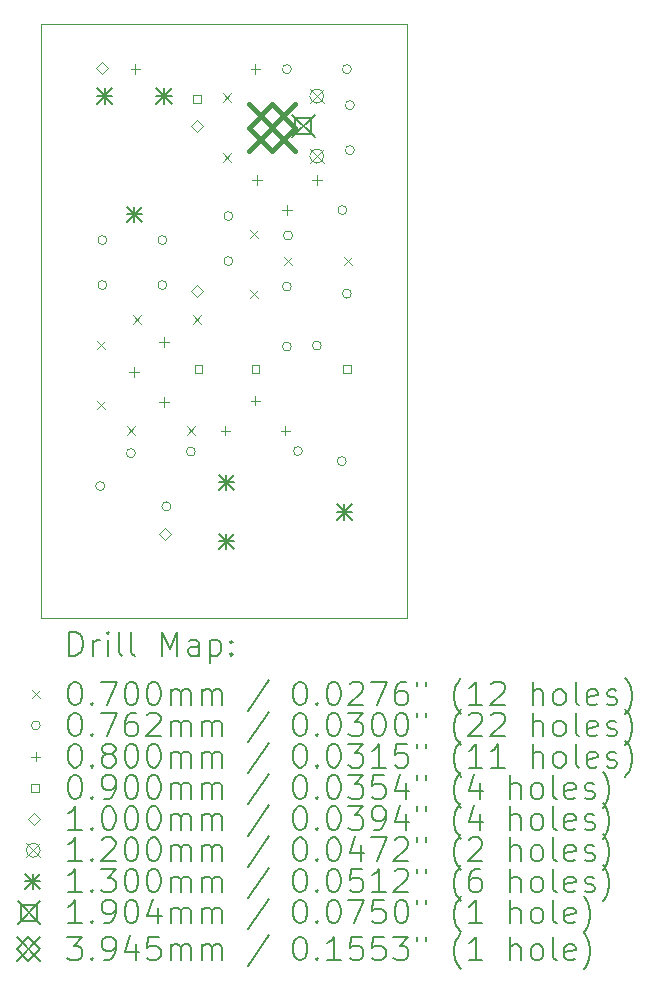
<source format=gbr>
%TF.GenerationSoftware,KiCad,Pcbnew,7.0.1-0*%
%TF.CreationDate,2023-07-16T16:48:49+03:00*%
%TF.ProjectId,HC2000-Modulator,48433230-3030-42d4-9d6f-64756c61746f,rev?*%
%TF.SameCoordinates,Original*%
%TF.FileFunction,Drillmap*%
%TF.FilePolarity,Positive*%
%FSLAX45Y45*%
G04 Gerber Fmt 4.5, Leading zero omitted, Abs format (unit mm)*
G04 Created by KiCad (PCBNEW 7.0.1-0) date 2023-07-16 16:48:49*
%MOMM*%
%LPD*%
G01*
G04 APERTURE LIST*
%ADD10C,0.100000*%
%ADD11C,0.200000*%
%ADD12C,0.070000*%
%ADD13C,0.076200*%
%ADD14C,0.080000*%
%ADD15C,0.090000*%
%ADD16C,0.120000*%
%ADD17C,0.130000*%
%ADD18C,0.190400*%
%ADD19C,0.394510*%
G04 APERTURE END LIST*
D10*
X25847000Y-20721200D02*
X25847000Y-15692000D01*
X25847000Y-15692000D02*
X28945800Y-15692000D01*
X28945800Y-15692000D02*
X28945800Y-20721200D01*
X28945800Y-20721200D02*
X25847000Y-20721200D01*
D11*
D12*
X26320000Y-18374800D02*
X26390000Y-18444800D01*
X26390000Y-18374800D02*
X26320000Y-18444800D01*
X26320000Y-18882800D02*
X26390000Y-18952800D01*
X26390000Y-18882800D02*
X26320000Y-18952800D01*
X26574000Y-19098700D02*
X26644000Y-19168700D01*
X26644000Y-19098700D02*
X26574000Y-19168700D01*
X26624800Y-18158900D02*
X26694800Y-18228900D01*
X26694800Y-18158900D02*
X26624800Y-18228900D01*
X27082000Y-19098700D02*
X27152000Y-19168700D01*
X27152000Y-19098700D02*
X27082000Y-19168700D01*
X27132800Y-18158900D02*
X27202800Y-18228900D01*
X27202800Y-18158900D02*
X27132800Y-18228900D01*
X27386800Y-16279300D02*
X27456800Y-16349300D01*
X27456800Y-16279300D02*
X27386800Y-16349300D01*
X27386800Y-16787300D02*
X27456800Y-16857300D01*
X27456800Y-16787300D02*
X27386800Y-16857300D01*
X27615400Y-17435000D02*
X27685400Y-17505000D01*
X27685400Y-17435000D02*
X27615400Y-17505000D01*
X27615400Y-17943000D02*
X27685400Y-18013000D01*
X27685400Y-17943000D02*
X27615400Y-18013000D01*
X27907500Y-17663600D02*
X27977500Y-17733600D01*
X27977500Y-17663600D02*
X27907500Y-17733600D01*
X28415500Y-17663600D02*
X28485500Y-17733600D01*
X28485500Y-17663600D02*
X28415500Y-17733600D01*
D13*
X26387259Y-19602846D02*
G75*
G03*
X26387259Y-19602846I-38100J0D01*
G01*
X26405800Y-17520800D02*
G75*
G03*
X26405800Y-17520800I-38100J0D01*
G01*
X26405800Y-17901800D02*
G75*
G03*
X26405800Y-17901800I-38100J0D01*
G01*
X26647100Y-19324200D02*
G75*
G03*
X26647100Y-19324200I-38100J0D01*
G01*
X26913800Y-17520800D02*
G75*
G03*
X26913800Y-17520800I-38100J0D01*
G01*
X26913800Y-17901800D02*
G75*
G03*
X26913800Y-17901800I-38100J0D01*
G01*
X26948478Y-19775581D02*
G75*
G03*
X26948478Y-19775581I-38100J0D01*
G01*
X27155100Y-19311500D02*
G75*
G03*
X27155100Y-19311500I-38100J0D01*
G01*
X27472600Y-17317600D02*
G75*
G03*
X27472600Y-17317600I-38100J0D01*
G01*
X27472600Y-17698600D02*
G75*
G03*
X27472600Y-17698600I-38100J0D01*
G01*
X27967900Y-16073000D02*
G75*
G03*
X27967900Y-16073000I-38100J0D01*
G01*
X27967900Y-17914500D02*
G75*
G03*
X27967900Y-17914500I-38100J0D01*
G01*
X27967900Y-18422500D02*
G75*
G03*
X27967900Y-18422500I-38100J0D01*
G01*
X27977396Y-17481490D02*
G75*
G03*
X27977396Y-17481490I-38100J0D01*
G01*
X28061682Y-19306747D02*
G75*
G03*
X28061682Y-19306747I-38100J0D01*
G01*
X28221900Y-18413871D02*
G75*
G03*
X28221900Y-18413871I-38100J0D01*
G01*
X28432917Y-19392453D02*
G75*
G03*
X28432917Y-19392453I-38100J0D01*
G01*
X28437800Y-17266800D02*
G75*
G03*
X28437800Y-17266800I-38100J0D01*
G01*
X28475900Y-16073000D02*
G75*
G03*
X28475900Y-16073000I-38100J0D01*
G01*
X28475900Y-17973930D02*
G75*
G03*
X28475900Y-17973930I-38100J0D01*
G01*
X28501300Y-16377800D02*
G75*
G03*
X28501300Y-16377800I-38100J0D01*
G01*
X28501300Y-16758800D02*
G75*
G03*
X28501300Y-16758800I-38100J0D01*
G01*
D14*
X26634400Y-18598400D02*
X26634400Y-18678400D01*
X26594400Y-18638400D02*
X26674400Y-18638400D01*
X26647100Y-16033000D02*
X26647100Y-16113000D01*
X26607100Y-16073000D02*
X26687100Y-16073000D01*
X26888400Y-18344400D02*
X26888400Y-18424400D01*
X26848400Y-18384400D02*
X26928400Y-18384400D01*
X26888400Y-18852400D02*
X26888400Y-18932400D01*
X26848400Y-18892400D02*
X26928400Y-18892400D01*
X27409100Y-19094500D02*
X27409100Y-19174500D01*
X27369100Y-19134500D02*
X27449100Y-19134500D01*
X27663100Y-16033000D02*
X27663100Y-16113000D01*
X27623100Y-16073000D02*
X27703100Y-16073000D01*
X27663100Y-18840500D02*
X27663100Y-18920500D01*
X27623100Y-18880500D02*
X27703100Y-18880500D01*
X27675800Y-16972800D02*
X27675800Y-17052800D01*
X27635800Y-17012800D02*
X27715800Y-17012800D01*
X27917100Y-19094500D02*
X27917100Y-19174500D01*
X27877100Y-19134500D02*
X27957100Y-19134500D01*
X27929800Y-17226800D02*
X27929800Y-17306800D01*
X27889800Y-17266800D02*
X27969800Y-17266800D01*
X28183800Y-16972800D02*
X28183800Y-17052800D01*
X28143800Y-17012800D02*
X28223800Y-17012800D01*
D15*
X27199620Y-16358820D02*
X27199620Y-16295180D01*
X27135980Y-16295180D01*
X27135980Y-16358820D01*
X27199620Y-16358820D01*
X27212320Y-18644820D02*
X27212320Y-18581180D01*
X27148680Y-18581180D01*
X27148680Y-18644820D01*
X27212320Y-18644820D01*
X27694920Y-18644820D02*
X27694920Y-18581180D01*
X27631280Y-18581180D01*
X27631280Y-18644820D01*
X27694920Y-18644820D01*
X28469620Y-18644820D02*
X28469620Y-18581180D01*
X28405980Y-18581180D01*
X28405980Y-18644820D01*
X28469620Y-18644820D01*
D10*
X26367700Y-16110300D02*
X26417700Y-16060300D01*
X26367700Y-16010300D01*
X26317700Y-16060300D01*
X26367700Y-16110300D01*
X26901100Y-20060000D02*
X26951100Y-20010000D01*
X26901100Y-19960000D01*
X26851100Y-20010000D01*
X26901100Y-20060000D01*
X27167800Y-16605100D02*
X27217800Y-16555100D01*
X27167800Y-16505100D01*
X27117800Y-16555100D01*
X27167800Y-16605100D01*
X27167800Y-18002100D02*
X27217800Y-17952100D01*
X27167800Y-17902100D01*
X27117800Y-17952100D01*
X27167800Y-18002100D01*
D16*
X28123800Y-16241600D02*
X28243800Y-16361600D01*
X28243800Y-16241600D02*
X28123800Y-16361600D01*
X28243800Y-16301600D02*
G75*
G03*
X28243800Y-16301600I-60000J0D01*
G01*
X28123800Y-16749600D02*
X28243800Y-16869600D01*
X28243800Y-16749600D02*
X28123800Y-16869600D01*
X28243800Y-16809600D02*
G75*
G03*
X28243800Y-16809600I-60000J0D01*
G01*
D17*
X26323400Y-16236600D02*
X26453400Y-16366600D01*
X26453400Y-16236600D02*
X26323400Y-16366600D01*
X26388400Y-16236600D02*
X26388400Y-16366600D01*
X26323400Y-16301600D02*
X26453400Y-16301600D01*
X26573400Y-17236600D02*
X26703400Y-17366600D01*
X26703400Y-17236600D02*
X26573400Y-17366600D01*
X26638400Y-17236600D02*
X26638400Y-17366600D01*
X26573400Y-17301600D02*
X26703400Y-17301600D01*
X26823400Y-16236600D02*
X26953400Y-16366600D01*
X26953400Y-16236600D02*
X26823400Y-16366600D01*
X26888400Y-16236600D02*
X26888400Y-16366600D01*
X26823400Y-16301600D02*
X26953400Y-16301600D01*
X27352100Y-19506800D02*
X27482100Y-19636800D01*
X27482100Y-19506800D02*
X27352100Y-19636800D01*
X27417100Y-19506800D02*
X27417100Y-19636800D01*
X27352100Y-19571800D02*
X27482100Y-19571800D01*
X27352100Y-20006800D02*
X27482100Y-20136800D01*
X27482100Y-20006800D02*
X27352100Y-20136800D01*
X27417100Y-20006800D02*
X27417100Y-20136800D01*
X27352100Y-20071800D02*
X27482100Y-20071800D01*
X28352100Y-19756800D02*
X28482100Y-19886800D01*
X28482100Y-19756800D02*
X28352100Y-19886800D01*
X28417100Y-19756800D02*
X28417100Y-19886800D01*
X28352100Y-19821800D02*
X28482100Y-19821800D01*
D18*
X27974300Y-16460400D02*
X28164700Y-16650800D01*
X28164700Y-16460400D02*
X27974300Y-16650800D01*
X28136817Y-16622917D02*
X28136817Y-16488283D01*
X28002183Y-16488283D01*
X28002183Y-16622917D01*
X28136817Y-16622917D01*
D19*
X27605545Y-16371045D02*
X28000055Y-16765555D01*
X28000055Y-16371045D02*
X27605545Y-16765555D01*
X27802800Y-16765555D02*
X28000055Y-16568300D01*
X27802800Y-16371045D01*
X27605545Y-16568300D01*
X27802800Y-16765555D01*
D11*
X26089619Y-21038724D02*
X26089619Y-20838724D01*
X26089619Y-20838724D02*
X26137238Y-20838724D01*
X26137238Y-20838724D02*
X26165809Y-20848248D01*
X26165809Y-20848248D02*
X26184857Y-20867295D01*
X26184857Y-20867295D02*
X26194381Y-20886343D01*
X26194381Y-20886343D02*
X26203905Y-20924438D01*
X26203905Y-20924438D02*
X26203905Y-20953010D01*
X26203905Y-20953010D02*
X26194381Y-20991105D01*
X26194381Y-20991105D02*
X26184857Y-21010152D01*
X26184857Y-21010152D02*
X26165809Y-21029200D01*
X26165809Y-21029200D02*
X26137238Y-21038724D01*
X26137238Y-21038724D02*
X26089619Y-21038724D01*
X26289619Y-21038724D02*
X26289619Y-20905390D01*
X26289619Y-20943486D02*
X26299143Y-20924438D01*
X26299143Y-20924438D02*
X26308667Y-20914914D01*
X26308667Y-20914914D02*
X26327714Y-20905390D01*
X26327714Y-20905390D02*
X26346762Y-20905390D01*
X26413428Y-21038724D02*
X26413428Y-20905390D01*
X26413428Y-20838724D02*
X26403905Y-20848248D01*
X26403905Y-20848248D02*
X26413428Y-20857771D01*
X26413428Y-20857771D02*
X26422952Y-20848248D01*
X26422952Y-20848248D02*
X26413428Y-20838724D01*
X26413428Y-20838724D02*
X26413428Y-20857771D01*
X26537238Y-21038724D02*
X26518190Y-21029200D01*
X26518190Y-21029200D02*
X26508667Y-21010152D01*
X26508667Y-21010152D02*
X26508667Y-20838724D01*
X26642000Y-21038724D02*
X26622952Y-21029200D01*
X26622952Y-21029200D02*
X26613428Y-21010152D01*
X26613428Y-21010152D02*
X26613428Y-20838724D01*
X26870571Y-21038724D02*
X26870571Y-20838724D01*
X26870571Y-20838724D02*
X26937238Y-20981581D01*
X26937238Y-20981581D02*
X27003905Y-20838724D01*
X27003905Y-20838724D02*
X27003905Y-21038724D01*
X27184857Y-21038724D02*
X27184857Y-20933962D01*
X27184857Y-20933962D02*
X27175333Y-20914914D01*
X27175333Y-20914914D02*
X27156286Y-20905390D01*
X27156286Y-20905390D02*
X27118190Y-20905390D01*
X27118190Y-20905390D02*
X27099143Y-20914914D01*
X27184857Y-21029200D02*
X27165809Y-21038724D01*
X27165809Y-21038724D02*
X27118190Y-21038724D01*
X27118190Y-21038724D02*
X27099143Y-21029200D01*
X27099143Y-21029200D02*
X27089619Y-21010152D01*
X27089619Y-21010152D02*
X27089619Y-20991105D01*
X27089619Y-20991105D02*
X27099143Y-20972057D01*
X27099143Y-20972057D02*
X27118190Y-20962533D01*
X27118190Y-20962533D02*
X27165809Y-20962533D01*
X27165809Y-20962533D02*
X27184857Y-20953010D01*
X27280095Y-20905390D02*
X27280095Y-21105390D01*
X27280095Y-20914914D02*
X27299143Y-20905390D01*
X27299143Y-20905390D02*
X27337238Y-20905390D01*
X27337238Y-20905390D02*
X27356286Y-20914914D01*
X27356286Y-20914914D02*
X27365809Y-20924438D01*
X27365809Y-20924438D02*
X27375333Y-20943486D01*
X27375333Y-20943486D02*
X27375333Y-21000629D01*
X27375333Y-21000629D02*
X27365809Y-21019676D01*
X27365809Y-21019676D02*
X27356286Y-21029200D01*
X27356286Y-21029200D02*
X27337238Y-21038724D01*
X27337238Y-21038724D02*
X27299143Y-21038724D01*
X27299143Y-21038724D02*
X27280095Y-21029200D01*
X27461048Y-21019676D02*
X27470571Y-21029200D01*
X27470571Y-21029200D02*
X27461048Y-21038724D01*
X27461048Y-21038724D02*
X27451524Y-21029200D01*
X27451524Y-21029200D02*
X27461048Y-21019676D01*
X27461048Y-21019676D02*
X27461048Y-21038724D01*
X27461048Y-20914914D02*
X27470571Y-20924438D01*
X27470571Y-20924438D02*
X27461048Y-20933962D01*
X27461048Y-20933962D02*
X27451524Y-20924438D01*
X27451524Y-20924438D02*
X27461048Y-20914914D01*
X27461048Y-20914914D02*
X27461048Y-20933962D01*
D12*
X25772000Y-21331200D02*
X25842000Y-21401200D01*
X25842000Y-21331200D02*
X25772000Y-21401200D01*
D11*
X26127714Y-21258724D02*
X26146762Y-21258724D01*
X26146762Y-21258724D02*
X26165809Y-21268248D01*
X26165809Y-21268248D02*
X26175333Y-21277771D01*
X26175333Y-21277771D02*
X26184857Y-21296819D01*
X26184857Y-21296819D02*
X26194381Y-21334914D01*
X26194381Y-21334914D02*
X26194381Y-21382533D01*
X26194381Y-21382533D02*
X26184857Y-21420629D01*
X26184857Y-21420629D02*
X26175333Y-21439676D01*
X26175333Y-21439676D02*
X26165809Y-21449200D01*
X26165809Y-21449200D02*
X26146762Y-21458724D01*
X26146762Y-21458724D02*
X26127714Y-21458724D01*
X26127714Y-21458724D02*
X26108667Y-21449200D01*
X26108667Y-21449200D02*
X26099143Y-21439676D01*
X26099143Y-21439676D02*
X26089619Y-21420629D01*
X26089619Y-21420629D02*
X26080095Y-21382533D01*
X26080095Y-21382533D02*
X26080095Y-21334914D01*
X26080095Y-21334914D02*
X26089619Y-21296819D01*
X26089619Y-21296819D02*
X26099143Y-21277771D01*
X26099143Y-21277771D02*
X26108667Y-21268248D01*
X26108667Y-21268248D02*
X26127714Y-21258724D01*
X26280095Y-21439676D02*
X26289619Y-21449200D01*
X26289619Y-21449200D02*
X26280095Y-21458724D01*
X26280095Y-21458724D02*
X26270571Y-21449200D01*
X26270571Y-21449200D02*
X26280095Y-21439676D01*
X26280095Y-21439676D02*
X26280095Y-21458724D01*
X26356286Y-21258724D02*
X26489619Y-21258724D01*
X26489619Y-21258724D02*
X26403905Y-21458724D01*
X26603905Y-21258724D02*
X26622952Y-21258724D01*
X26622952Y-21258724D02*
X26642000Y-21268248D01*
X26642000Y-21268248D02*
X26651524Y-21277771D01*
X26651524Y-21277771D02*
X26661048Y-21296819D01*
X26661048Y-21296819D02*
X26670571Y-21334914D01*
X26670571Y-21334914D02*
X26670571Y-21382533D01*
X26670571Y-21382533D02*
X26661048Y-21420629D01*
X26661048Y-21420629D02*
X26651524Y-21439676D01*
X26651524Y-21439676D02*
X26642000Y-21449200D01*
X26642000Y-21449200D02*
X26622952Y-21458724D01*
X26622952Y-21458724D02*
X26603905Y-21458724D01*
X26603905Y-21458724D02*
X26584857Y-21449200D01*
X26584857Y-21449200D02*
X26575333Y-21439676D01*
X26575333Y-21439676D02*
X26565809Y-21420629D01*
X26565809Y-21420629D02*
X26556286Y-21382533D01*
X26556286Y-21382533D02*
X26556286Y-21334914D01*
X26556286Y-21334914D02*
X26565809Y-21296819D01*
X26565809Y-21296819D02*
X26575333Y-21277771D01*
X26575333Y-21277771D02*
X26584857Y-21268248D01*
X26584857Y-21268248D02*
X26603905Y-21258724D01*
X26794381Y-21258724D02*
X26813429Y-21258724D01*
X26813429Y-21258724D02*
X26832476Y-21268248D01*
X26832476Y-21268248D02*
X26842000Y-21277771D01*
X26842000Y-21277771D02*
X26851524Y-21296819D01*
X26851524Y-21296819D02*
X26861048Y-21334914D01*
X26861048Y-21334914D02*
X26861048Y-21382533D01*
X26861048Y-21382533D02*
X26851524Y-21420629D01*
X26851524Y-21420629D02*
X26842000Y-21439676D01*
X26842000Y-21439676D02*
X26832476Y-21449200D01*
X26832476Y-21449200D02*
X26813429Y-21458724D01*
X26813429Y-21458724D02*
X26794381Y-21458724D01*
X26794381Y-21458724D02*
X26775333Y-21449200D01*
X26775333Y-21449200D02*
X26765809Y-21439676D01*
X26765809Y-21439676D02*
X26756286Y-21420629D01*
X26756286Y-21420629D02*
X26746762Y-21382533D01*
X26746762Y-21382533D02*
X26746762Y-21334914D01*
X26746762Y-21334914D02*
X26756286Y-21296819D01*
X26756286Y-21296819D02*
X26765809Y-21277771D01*
X26765809Y-21277771D02*
X26775333Y-21268248D01*
X26775333Y-21268248D02*
X26794381Y-21258724D01*
X26946762Y-21458724D02*
X26946762Y-21325390D01*
X26946762Y-21344438D02*
X26956286Y-21334914D01*
X26956286Y-21334914D02*
X26975333Y-21325390D01*
X26975333Y-21325390D02*
X27003905Y-21325390D01*
X27003905Y-21325390D02*
X27022952Y-21334914D01*
X27022952Y-21334914D02*
X27032476Y-21353962D01*
X27032476Y-21353962D02*
X27032476Y-21458724D01*
X27032476Y-21353962D02*
X27042000Y-21334914D01*
X27042000Y-21334914D02*
X27061048Y-21325390D01*
X27061048Y-21325390D02*
X27089619Y-21325390D01*
X27089619Y-21325390D02*
X27108667Y-21334914D01*
X27108667Y-21334914D02*
X27118190Y-21353962D01*
X27118190Y-21353962D02*
X27118190Y-21458724D01*
X27213429Y-21458724D02*
X27213429Y-21325390D01*
X27213429Y-21344438D02*
X27222952Y-21334914D01*
X27222952Y-21334914D02*
X27242000Y-21325390D01*
X27242000Y-21325390D02*
X27270571Y-21325390D01*
X27270571Y-21325390D02*
X27289619Y-21334914D01*
X27289619Y-21334914D02*
X27299143Y-21353962D01*
X27299143Y-21353962D02*
X27299143Y-21458724D01*
X27299143Y-21353962D02*
X27308667Y-21334914D01*
X27308667Y-21334914D02*
X27327714Y-21325390D01*
X27327714Y-21325390D02*
X27356286Y-21325390D01*
X27356286Y-21325390D02*
X27375333Y-21334914D01*
X27375333Y-21334914D02*
X27384857Y-21353962D01*
X27384857Y-21353962D02*
X27384857Y-21458724D01*
X27775333Y-21249200D02*
X27603905Y-21506343D01*
X28032476Y-21258724D02*
X28051524Y-21258724D01*
X28051524Y-21258724D02*
X28070572Y-21268248D01*
X28070572Y-21268248D02*
X28080095Y-21277771D01*
X28080095Y-21277771D02*
X28089619Y-21296819D01*
X28089619Y-21296819D02*
X28099143Y-21334914D01*
X28099143Y-21334914D02*
X28099143Y-21382533D01*
X28099143Y-21382533D02*
X28089619Y-21420629D01*
X28089619Y-21420629D02*
X28080095Y-21439676D01*
X28080095Y-21439676D02*
X28070572Y-21449200D01*
X28070572Y-21449200D02*
X28051524Y-21458724D01*
X28051524Y-21458724D02*
X28032476Y-21458724D01*
X28032476Y-21458724D02*
X28013429Y-21449200D01*
X28013429Y-21449200D02*
X28003905Y-21439676D01*
X28003905Y-21439676D02*
X27994381Y-21420629D01*
X27994381Y-21420629D02*
X27984857Y-21382533D01*
X27984857Y-21382533D02*
X27984857Y-21334914D01*
X27984857Y-21334914D02*
X27994381Y-21296819D01*
X27994381Y-21296819D02*
X28003905Y-21277771D01*
X28003905Y-21277771D02*
X28013429Y-21268248D01*
X28013429Y-21268248D02*
X28032476Y-21258724D01*
X28184857Y-21439676D02*
X28194381Y-21449200D01*
X28194381Y-21449200D02*
X28184857Y-21458724D01*
X28184857Y-21458724D02*
X28175333Y-21449200D01*
X28175333Y-21449200D02*
X28184857Y-21439676D01*
X28184857Y-21439676D02*
X28184857Y-21458724D01*
X28318191Y-21258724D02*
X28337238Y-21258724D01*
X28337238Y-21258724D02*
X28356286Y-21268248D01*
X28356286Y-21268248D02*
X28365810Y-21277771D01*
X28365810Y-21277771D02*
X28375333Y-21296819D01*
X28375333Y-21296819D02*
X28384857Y-21334914D01*
X28384857Y-21334914D02*
X28384857Y-21382533D01*
X28384857Y-21382533D02*
X28375333Y-21420629D01*
X28375333Y-21420629D02*
X28365810Y-21439676D01*
X28365810Y-21439676D02*
X28356286Y-21449200D01*
X28356286Y-21449200D02*
X28337238Y-21458724D01*
X28337238Y-21458724D02*
X28318191Y-21458724D01*
X28318191Y-21458724D02*
X28299143Y-21449200D01*
X28299143Y-21449200D02*
X28289619Y-21439676D01*
X28289619Y-21439676D02*
X28280095Y-21420629D01*
X28280095Y-21420629D02*
X28270572Y-21382533D01*
X28270572Y-21382533D02*
X28270572Y-21334914D01*
X28270572Y-21334914D02*
X28280095Y-21296819D01*
X28280095Y-21296819D02*
X28289619Y-21277771D01*
X28289619Y-21277771D02*
X28299143Y-21268248D01*
X28299143Y-21268248D02*
X28318191Y-21258724D01*
X28461048Y-21277771D02*
X28470572Y-21268248D01*
X28470572Y-21268248D02*
X28489619Y-21258724D01*
X28489619Y-21258724D02*
X28537238Y-21258724D01*
X28537238Y-21258724D02*
X28556286Y-21268248D01*
X28556286Y-21268248D02*
X28565810Y-21277771D01*
X28565810Y-21277771D02*
X28575333Y-21296819D01*
X28575333Y-21296819D02*
X28575333Y-21315867D01*
X28575333Y-21315867D02*
X28565810Y-21344438D01*
X28565810Y-21344438D02*
X28451524Y-21458724D01*
X28451524Y-21458724D02*
X28575333Y-21458724D01*
X28642000Y-21258724D02*
X28775333Y-21258724D01*
X28775333Y-21258724D02*
X28689619Y-21458724D01*
X28937238Y-21258724D02*
X28899143Y-21258724D01*
X28899143Y-21258724D02*
X28880095Y-21268248D01*
X28880095Y-21268248D02*
X28870572Y-21277771D01*
X28870572Y-21277771D02*
X28851524Y-21306343D01*
X28851524Y-21306343D02*
X28842000Y-21344438D01*
X28842000Y-21344438D02*
X28842000Y-21420629D01*
X28842000Y-21420629D02*
X28851524Y-21439676D01*
X28851524Y-21439676D02*
X28861048Y-21449200D01*
X28861048Y-21449200D02*
X28880095Y-21458724D01*
X28880095Y-21458724D02*
X28918191Y-21458724D01*
X28918191Y-21458724D02*
X28937238Y-21449200D01*
X28937238Y-21449200D02*
X28946762Y-21439676D01*
X28946762Y-21439676D02*
X28956286Y-21420629D01*
X28956286Y-21420629D02*
X28956286Y-21373010D01*
X28956286Y-21373010D02*
X28946762Y-21353962D01*
X28946762Y-21353962D02*
X28937238Y-21344438D01*
X28937238Y-21344438D02*
X28918191Y-21334914D01*
X28918191Y-21334914D02*
X28880095Y-21334914D01*
X28880095Y-21334914D02*
X28861048Y-21344438D01*
X28861048Y-21344438D02*
X28851524Y-21353962D01*
X28851524Y-21353962D02*
X28842000Y-21373010D01*
X29032476Y-21258724D02*
X29032476Y-21296819D01*
X29108667Y-21258724D02*
X29108667Y-21296819D01*
X29403905Y-21534914D02*
X29394381Y-21525390D01*
X29394381Y-21525390D02*
X29375334Y-21496819D01*
X29375334Y-21496819D02*
X29365810Y-21477771D01*
X29365810Y-21477771D02*
X29356286Y-21449200D01*
X29356286Y-21449200D02*
X29346762Y-21401581D01*
X29346762Y-21401581D02*
X29346762Y-21363486D01*
X29346762Y-21363486D02*
X29356286Y-21315867D01*
X29356286Y-21315867D02*
X29365810Y-21287295D01*
X29365810Y-21287295D02*
X29375334Y-21268248D01*
X29375334Y-21268248D02*
X29394381Y-21239676D01*
X29394381Y-21239676D02*
X29403905Y-21230152D01*
X29584857Y-21458724D02*
X29470572Y-21458724D01*
X29527714Y-21458724D02*
X29527714Y-21258724D01*
X29527714Y-21258724D02*
X29508667Y-21287295D01*
X29508667Y-21287295D02*
X29489619Y-21306343D01*
X29489619Y-21306343D02*
X29470572Y-21315867D01*
X29661048Y-21277771D02*
X29670572Y-21268248D01*
X29670572Y-21268248D02*
X29689619Y-21258724D01*
X29689619Y-21258724D02*
X29737238Y-21258724D01*
X29737238Y-21258724D02*
X29756286Y-21268248D01*
X29756286Y-21268248D02*
X29765810Y-21277771D01*
X29765810Y-21277771D02*
X29775334Y-21296819D01*
X29775334Y-21296819D02*
X29775334Y-21315867D01*
X29775334Y-21315867D02*
X29765810Y-21344438D01*
X29765810Y-21344438D02*
X29651524Y-21458724D01*
X29651524Y-21458724D02*
X29775334Y-21458724D01*
X30013429Y-21458724D02*
X30013429Y-21258724D01*
X30099143Y-21458724D02*
X30099143Y-21353962D01*
X30099143Y-21353962D02*
X30089619Y-21334914D01*
X30089619Y-21334914D02*
X30070572Y-21325390D01*
X30070572Y-21325390D02*
X30042000Y-21325390D01*
X30042000Y-21325390D02*
X30022953Y-21334914D01*
X30022953Y-21334914D02*
X30013429Y-21344438D01*
X30222953Y-21458724D02*
X30203905Y-21449200D01*
X30203905Y-21449200D02*
X30194381Y-21439676D01*
X30194381Y-21439676D02*
X30184857Y-21420629D01*
X30184857Y-21420629D02*
X30184857Y-21363486D01*
X30184857Y-21363486D02*
X30194381Y-21344438D01*
X30194381Y-21344438D02*
X30203905Y-21334914D01*
X30203905Y-21334914D02*
X30222953Y-21325390D01*
X30222953Y-21325390D02*
X30251524Y-21325390D01*
X30251524Y-21325390D02*
X30270572Y-21334914D01*
X30270572Y-21334914D02*
X30280096Y-21344438D01*
X30280096Y-21344438D02*
X30289619Y-21363486D01*
X30289619Y-21363486D02*
X30289619Y-21420629D01*
X30289619Y-21420629D02*
X30280096Y-21439676D01*
X30280096Y-21439676D02*
X30270572Y-21449200D01*
X30270572Y-21449200D02*
X30251524Y-21458724D01*
X30251524Y-21458724D02*
X30222953Y-21458724D01*
X30403905Y-21458724D02*
X30384857Y-21449200D01*
X30384857Y-21449200D02*
X30375334Y-21430152D01*
X30375334Y-21430152D02*
X30375334Y-21258724D01*
X30556286Y-21449200D02*
X30537238Y-21458724D01*
X30537238Y-21458724D02*
X30499143Y-21458724D01*
X30499143Y-21458724D02*
X30480096Y-21449200D01*
X30480096Y-21449200D02*
X30470572Y-21430152D01*
X30470572Y-21430152D02*
X30470572Y-21353962D01*
X30470572Y-21353962D02*
X30480096Y-21334914D01*
X30480096Y-21334914D02*
X30499143Y-21325390D01*
X30499143Y-21325390D02*
X30537238Y-21325390D01*
X30537238Y-21325390D02*
X30556286Y-21334914D01*
X30556286Y-21334914D02*
X30565810Y-21353962D01*
X30565810Y-21353962D02*
X30565810Y-21373010D01*
X30565810Y-21373010D02*
X30470572Y-21392057D01*
X30642000Y-21449200D02*
X30661048Y-21458724D01*
X30661048Y-21458724D02*
X30699143Y-21458724D01*
X30699143Y-21458724D02*
X30718191Y-21449200D01*
X30718191Y-21449200D02*
X30727715Y-21430152D01*
X30727715Y-21430152D02*
X30727715Y-21420629D01*
X30727715Y-21420629D02*
X30718191Y-21401581D01*
X30718191Y-21401581D02*
X30699143Y-21392057D01*
X30699143Y-21392057D02*
X30670572Y-21392057D01*
X30670572Y-21392057D02*
X30651524Y-21382533D01*
X30651524Y-21382533D02*
X30642000Y-21363486D01*
X30642000Y-21363486D02*
X30642000Y-21353962D01*
X30642000Y-21353962D02*
X30651524Y-21334914D01*
X30651524Y-21334914D02*
X30670572Y-21325390D01*
X30670572Y-21325390D02*
X30699143Y-21325390D01*
X30699143Y-21325390D02*
X30718191Y-21334914D01*
X30794381Y-21534914D02*
X30803905Y-21525390D01*
X30803905Y-21525390D02*
X30822953Y-21496819D01*
X30822953Y-21496819D02*
X30832477Y-21477771D01*
X30832477Y-21477771D02*
X30842000Y-21449200D01*
X30842000Y-21449200D02*
X30851524Y-21401581D01*
X30851524Y-21401581D02*
X30851524Y-21363486D01*
X30851524Y-21363486D02*
X30842000Y-21315867D01*
X30842000Y-21315867D02*
X30832477Y-21287295D01*
X30832477Y-21287295D02*
X30822953Y-21268248D01*
X30822953Y-21268248D02*
X30803905Y-21239676D01*
X30803905Y-21239676D02*
X30794381Y-21230152D01*
D13*
X25842000Y-21630200D02*
G75*
G03*
X25842000Y-21630200I-38100J0D01*
G01*
D11*
X26127714Y-21522724D02*
X26146762Y-21522724D01*
X26146762Y-21522724D02*
X26165809Y-21532248D01*
X26165809Y-21532248D02*
X26175333Y-21541771D01*
X26175333Y-21541771D02*
X26184857Y-21560819D01*
X26184857Y-21560819D02*
X26194381Y-21598914D01*
X26194381Y-21598914D02*
X26194381Y-21646533D01*
X26194381Y-21646533D02*
X26184857Y-21684629D01*
X26184857Y-21684629D02*
X26175333Y-21703676D01*
X26175333Y-21703676D02*
X26165809Y-21713200D01*
X26165809Y-21713200D02*
X26146762Y-21722724D01*
X26146762Y-21722724D02*
X26127714Y-21722724D01*
X26127714Y-21722724D02*
X26108667Y-21713200D01*
X26108667Y-21713200D02*
X26099143Y-21703676D01*
X26099143Y-21703676D02*
X26089619Y-21684629D01*
X26089619Y-21684629D02*
X26080095Y-21646533D01*
X26080095Y-21646533D02*
X26080095Y-21598914D01*
X26080095Y-21598914D02*
X26089619Y-21560819D01*
X26089619Y-21560819D02*
X26099143Y-21541771D01*
X26099143Y-21541771D02*
X26108667Y-21532248D01*
X26108667Y-21532248D02*
X26127714Y-21522724D01*
X26280095Y-21703676D02*
X26289619Y-21713200D01*
X26289619Y-21713200D02*
X26280095Y-21722724D01*
X26280095Y-21722724D02*
X26270571Y-21713200D01*
X26270571Y-21713200D02*
X26280095Y-21703676D01*
X26280095Y-21703676D02*
X26280095Y-21722724D01*
X26356286Y-21522724D02*
X26489619Y-21522724D01*
X26489619Y-21522724D02*
X26403905Y-21722724D01*
X26651524Y-21522724D02*
X26613428Y-21522724D01*
X26613428Y-21522724D02*
X26594381Y-21532248D01*
X26594381Y-21532248D02*
X26584857Y-21541771D01*
X26584857Y-21541771D02*
X26565809Y-21570343D01*
X26565809Y-21570343D02*
X26556286Y-21608438D01*
X26556286Y-21608438D02*
X26556286Y-21684629D01*
X26556286Y-21684629D02*
X26565809Y-21703676D01*
X26565809Y-21703676D02*
X26575333Y-21713200D01*
X26575333Y-21713200D02*
X26594381Y-21722724D01*
X26594381Y-21722724D02*
X26632476Y-21722724D01*
X26632476Y-21722724D02*
X26651524Y-21713200D01*
X26651524Y-21713200D02*
X26661048Y-21703676D01*
X26661048Y-21703676D02*
X26670571Y-21684629D01*
X26670571Y-21684629D02*
X26670571Y-21637010D01*
X26670571Y-21637010D02*
X26661048Y-21617962D01*
X26661048Y-21617962D02*
X26651524Y-21608438D01*
X26651524Y-21608438D02*
X26632476Y-21598914D01*
X26632476Y-21598914D02*
X26594381Y-21598914D01*
X26594381Y-21598914D02*
X26575333Y-21608438D01*
X26575333Y-21608438D02*
X26565809Y-21617962D01*
X26565809Y-21617962D02*
X26556286Y-21637010D01*
X26746762Y-21541771D02*
X26756286Y-21532248D01*
X26756286Y-21532248D02*
X26775333Y-21522724D01*
X26775333Y-21522724D02*
X26822952Y-21522724D01*
X26822952Y-21522724D02*
X26842000Y-21532248D01*
X26842000Y-21532248D02*
X26851524Y-21541771D01*
X26851524Y-21541771D02*
X26861048Y-21560819D01*
X26861048Y-21560819D02*
X26861048Y-21579867D01*
X26861048Y-21579867D02*
X26851524Y-21608438D01*
X26851524Y-21608438D02*
X26737238Y-21722724D01*
X26737238Y-21722724D02*
X26861048Y-21722724D01*
X26946762Y-21722724D02*
X26946762Y-21589390D01*
X26946762Y-21608438D02*
X26956286Y-21598914D01*
X26956286Y-21598914D02*
X26975333Y-21589390D01*
X26975333Y-21589390D02*
X27003905Y-21589390D01*
X27003905Y-21589390D02*
X27022952Y-21598914D01*
X27022952Y-21598914D02*
X27032476Y-21617962D01*
X27032476Y-21617962D02*
X27032476Y-21722724D01*
X27032476Y-21617962D02*
X27042000Y-21598914D01*
X27042000Y-21598914D02*
X27061048Y-21589390D01*
X27061048Y-21589390D02*
X27089619Y-21589390D01*
X27089619Y-21589390D02*
X27108667Y-21598914D01*
X27108667Y-21598914D02*
X27118190Y-21617962D01*
X27118190Y-21617962D02*
X27118190Y-21722724D01*
X27213429Y-21722724D02*
X27213429Y-21589390D01*
X27213429Y-21608438D02*
X27222952Y-21598914D01*
X27222952Y-21598914D02*
X27242000Y-21589390D01*
X27242000Y-21589390D02*
X27270571Y-21589390D01*
X27270571Y-21589390D02*
X27289619Y-21598914D01*
X27289619Y-21598914D02*
X27299143Y-21617962D01*
X27299143Y-21617962D02*
X27299143Y-21722724D01*
X27299143Y-21617962D02*
X27308667Y-21598914D01*
X27308667Y-21598914D02*
X27327714Y-21589390D01*
X27327714Y-21589390D02*
X27356286Y-21589390D01*
X27356286Y-21589390D02*
X27375333Y-21598914D01*
X27375333Y-21598914D02*
X27384857Y-21617962D01*
X27384857Y-21617962D02*
X27384857Y-21722724D01*
X27775333Y-21513200D02*
X27603905Y-21770343D01*
X28032476Y-21522724D02*
X28051524Y-21522724D01*
X28051524Y-21522724D02*
X28070572Y-21532248D01*
X28070572Y-21532248D02*
X28080095Y-21541771D01*
X28080095Y-21541771D02*
X28089619Y-21560819D01*
X28089619Y-21560819D02*
X28099143Y-21598914D01*
X28099143Y-21598914D02*
X28099143Y-21646533D01*
X28099143Y-21646533D02*
X28089619Y-21684629D01*
X28089619Y-21684629D02*
X28080095Y-21703676D01*
X28080095Y-21703676D02*
X28070572Y-21713200D01*
X28070572Y-21713200D02*
X28051524Y-21722724D01*
X28051524Y-21722724D02*
X28032476Y-21722724D01*
X28032476Y-21722724D02*
X28013429Y-21713200D01*
X28013429Y-21713200D02*
X28003905Y-21703676D01*
X28003905Y-21703676D02*
X27994381Y-21684629D01*
X27994381Y-21684629D02*
X27984857Y-21646533D01*
X27984857Y-21646533D02*
X27984857Y-21598914D01*
X27984857Y-21598914D02*
X27994381Y-21560819D01*
X27994381Y-21560819D02*
X28003905Y-21541771D01*
X28003905Y-21541771D02*
X28013429Y-21532248D01*
X28013429Y-21532248D02*
X28032476Y-21522724D01*
X28184857Y-21703676D02*
X28194381Y-21713200D01*
X28194381Y-21713200D02*
X28184857Y-21722724D01*
X28184857Y-21722724D02*
X28175333Y-21713200D01*
X28175333Y-21713200D02*
X28184857Y-21703676D01*
X28184857Y-21703676D02*
X28184857Y-21722724D01*
X28318191Y-21522724D02*
X28337238Y-21522724D01*
X28337238Y-21522724D02*
X28356286Y-21532248D01*
X28356286Y-21532248D02*
X28365810Y-21541771D01*
X28365810Y-21541771D02*
X28375333Y-21560819D01*
X28375333Y-21560819D02*
X28384857Y-21598914D01*
X28384857Y-21598914D02*
X28384857Y-21646533D01*
X28384857Y-21646533D02*
X28375333Y-21684629D01*
X28375333Y-21684629D02*
X28365810Y-21703676D01*
X28365810Y-21703676D02*
X28356286Y-21713200D01*
X28356286Y-21713200D02*
X28337238Y-21722724D01*
X28337238Y-21722724D02*
X28318191Y-21722724D01*
X28318191Y-21722724D02*
X28299143Y-21713200D01*
X28299143Y-21713200D02*
X28289619Y-21703676D01*
X28289619Y-21703676D02*
X28280095Y-21684629D01*
X28280095Y-21684629D02*
X28270572Y-21646533D01*
X28270572Y-21646533D02*
X28270572Y-21598914D01*
X28270572Y-21598914D02*
X28280095Y-21560819D01*
X28280095Y-21560819D02*
X28289619Y-21541771D01*
X28289619Y-21541771D02*
X28299143Y-21532248D01*
X28299143Y-21532248D02*
X28318191Y-21522724D01*
X28451524Y-21522724D02*
X28575333Y-21522724D01*
X28575333Y-21522724D02*
X28508667Y-21598914D01*
X28508667Y-21598914D02*
X28537238Y-21598914D01*
X28537238Y-21598914D02*
X28556286Y-21608438D01*
X28556286Y-21608438D02*
X28565810Y-21617962D01*
X28565810Y-21617962D02*
X28575333Y-21637010D01*
X28575333Y-21637010D02*
X28575333Y-21684629D01*
X28575333Y-21684629D02*
X28565810Y-21703676D01*
X28565810Y-21703676D02*
X28556286Y-21713200D01*
X28556286Y-21713200D02*
X28537238Y-21722724D01*
X28537238Y-21722724D02*
X28480095Y-21722724D01*
X28480095Y-21722724D02*
X28461048Y-21713200D01*
X28461048Y-21713200D02*
X28451524Y-21703676D01*
X28699143Y-21522724D02*
X28718191Y-21522724D01*
X28718191Y-21522724D02*
X28737238Y-21532248D01*
X28737238Y-21532248D02*
X28746762Y-21541771D01*
X28746762Y-21541771D02*
X28756286Y-21560819D01*
X28756286Y-21560819D02*
X28765810Y-21598914D01*
X28765810Y-21598914D02*
X28765810Y-21646533D01*
X28765810Y-21646533D02*
X28756286Y-21684629D01*
X28756286Y-21684629D02*
X28746762Y-21703676D01*
X28746762Y-21703676D02*
X28737238Y-21713200D01*
X28737238Y-21713200D02*
X28718191Y-21722724D01*
X28718191Y-21722724D02*
X28699143Y-21722724D01*
X28699143Y-21722724D02*
X28680095Y-21713200D01*
X28680095Y-21713200D02*
X28670572Y-21703676D01*
X28670572Y-21703676D02*
X28661048Y-21684629D01*
X28661048Y-21684629D02*
X28651524Y-21646533D01*
X28651524Y-21646533D02*
X28651524Y-21598914D01*
X28651524Y-21598914D02*
X28661048Y-21560819D01*
X28661048Y-21560819D02*
X28670572Y-21541771D01*
X28670572Y-21541771D02*
X28680095Y-21532248D01*
X28680095Y-21532248D02*
X28699143Y-21522724D01*
X28889619Y-21522724D02*
X28908667Y-21522724D01*
X28908667Y-21522724D02*
X28927714Y-21532248D01*
X28927714Y-21532248D02*
X28937238Y-21541771D01*
X28937238Y-21541771D02*
X28946762Y-21560819D01*
X28946762Y-21560819D02*
X28956286Y-21598914D01*
X28956286Y-21598914D02*
X28956286Y-21646533D01*
X28956286Y-21646533D02*
X28946762Y-21684629D01*
X28946762Y-21684629D02*
X28937238Y-21703676D01*
X28937238Y-21703676D02*
X28927714Y-21713200D01*
X28927714Y-21713200D02*
X28908667Y-21722724D01*
X28908667Y-21722724D02*
X28889619Y-21722724D01*
X28889619Y-21722724D02*
X28870572Y-21713200D01*
X28870572Y-21713200D02*
X28861048Y-21703676D01*
X28861048Y-21703676D02*
X28851524Y-21684629D01*
X28851524Y-21684629D02*
X28842000Y-21646533D01*
X28842000Y-21646533D02*
X28842000Y-21598914D01*
X28842000Y-21598914D02*
X28851524Y-21560819D01*
X28851524Y-21560819D02*
X28861048Y-21541771D01*
X28861048Y-21541771D02*
X28870572Y-21532248D01*
X28870572Y-21532248D02*
X28889619Y-21522724D01*
X29032476Y-21522724D02*
X29032476Y-21560819D01*
X29108667Y-21522724D02*
X29108667Y-21560819D01*
X29403905Y-21798914D02*
X29394381Y-21789390D01*
X29394381Y-21789390D02*
X29375334Y-21760819D01*
X29375334Y-21760819D02*
X29365810Y-21741771D01*
X29365810Y-21741771D02*
X29356286Y-21713200D01*
X29356286Y-21713200D02*
X29346762Y-21665581D01*
X29346762Y-21665581D02*
X29346762Y-21627486D01*
X29346762Y-21627486D02*
X29356286Y-21579867D01*
X29356286Y-21579867D02*
X29365810Y-21551295D01*
X29365810Y-21551295D02*
X29375334Y-21532248D01*
X29375334Y-21532248D02*
X29394381Y-21503676D01*
X29394381Y-21503676D02*
X29403905Y-21494152D01*
X29470572Y-21541771D02*
X29480095Y-21532248D01*
X29480095Y-21532248D02*
X29499143Y-21522724D01*
X29499143Y-21522724D02*
X29546762Y-21522724D01*
X29546762Y-21522724D02*
X29565810Y-21532248D01*
X29565810Y-21532248D02*
X29575334Y-21541771D01*
X29575334Y-21541771D02*
X29584857Y-21560819D01*
X29584857Y-21560819D02*
X29584857Y-21579867D01*
X29584857Y-21579867D02*
X29575334Y-21608438D01*
X29575334Y-21608438D02*
X29461048Y-21722724D01*
X29461048Y-21722724D02*
X29584857Y-21722724D01*
X29661048Y-21541771D02*
X29670572Y-21532248D01*
X29670572Y-21532248D02*
X29689619Y-21522724D01*
X29689619Y-21522724D02*
X29737238Y-21522724D01*
X29737238Y-21522724D02*
X29756286Y-21532248D01*
X29756286Y-21532248D02*
X29765810Y-21541771D01*
X29765810Y-21541771D02*
X29775334Y-21560819D01*
X29775334Y-21560819D02*
X29775334Y-21579867D01*
X29775334Y-21579867D02*
X29765810Y-21608438D01*
X29765810Y-21608438D02*
X29651524Y-21722724D01*
X29651524Y-21722724D02*
X29775334Y-21722724D01*
X30013429Y-21722724D02*
X30013429Y-21522724D01*
X30099143Y-21722724D02*
X30099143Y-21617962D01*
X30099143Y-21617962D02*
X30089619Y-21598914D01*
X30089619Y-21598914D02*
X30070572Y-21589390D01*
X30070572Y-21589390D02*
X30042000Y-21589390D01*
X30042000Y-21589390D02*
X30022953Y-21598914D01*
X30022953Y-21598914D02*
X30013429Y-21608438D01*
X30222953Y-21722724D02*
X30203905Y-21713200D01*
X30203905Y-21713200D02*
X30194381Y-21703676D01*
X30194381Y-21703676D02*
X30184857Y-21684629D01*
X30184857Y-21684629D02*
X30184857Y-21627486D01*
X30184857Y-21627486D02*
X30194381Y-21608438D01*
X30194381Y-21608438D02*
X30203905Y-21598914D01*
X30203905Y-21598914D02*
X30222953Y-21589390D01*
X30222953Y-21589390D02*
X30251524Y-21589390D01*
X30251524Y-21589390D02*
X30270572Y-21598914D01*
X30270572Y-21598914D02*
X30280096Y-21608438D01*
X30280096Y-21608438D02*
X30289619Y-21627486D01*
X30289619Y-21627486D02*
X30289619Y-21684629D01*
X30289619Y-21684629D02*
X30280096Y-21703676D01*
X30280096Y-21703676D02*
X30270572Y-21713200D01*
X30270572Y-21713200D02*
X30251524Y-21722724D01*
X30251524Y-21722724D02*
X30222953Y-21722724D01*
X30403905Y-21722724D02*
X30384857Y-21713200D01*
X30384857Y-21713200D02*
X30375334Y-21694152D01*
X30375334Y-21694152D02*
X30375334Y-21522724D01*
X30556286Y-21713200D02*
X30537238Y-21722724D01*
X30537238Y-21722724D02*
X30499143Y-21722724D01*
X30499143Y-21722724D02*
X30480096Y-21713200D01*
X30480096Y-21713200D02*
X30470572Y-21694152D01*
X30470572Y-21694152D02*
X30470572Y-21617962D01*
X30470572Y-21617962D02*
X30480096Y-21598914D01*
X30480096Y-21598914D02*
X30499143Y-21589390D01*
X30499143Y-21589390D02*
X30537238Y-21589390D01*
X30537238Y-21589390D02*
X30556286Y-21598914D01*
X30556286Y-21598914D02*
X30565810Y-21617962D01*
X30565810Y-21617962D02*
X30565810Y-21637010D01*
X30565810Y-21637010D02*
X30470572Y-21656057D01*
X30642000Y-21713200D02*
X30661048Y-21722724D01*
X30661048Y-21722724D02*
X30699143Y-21722724D01*
X30699143Y-21722724D02*
X30718191Y-21713200D01*
X30718191Y-21713200D02*
X30727715Y-21694152D01*
X30727715Y-21694152D02*
X30727715Y-21684629D01*
X30727715Y-21684629D02*
X30718191Y-21665581D01*
X30718191Y-21665581D02*
X30699143Y-21656057D01*
X30699143Y-21656057D02*
X30670572Y-21656057D01*
X30670572Y-21656057D02*
X30651524Y-21646533D01*
X30651524Y-21646533D02*
X30642000Y-21627486D01*
X30642000Y-21627486D02*
X30642000Y-21617962D01*
X30642000Y-21617962D02*
X30651524Y-21598914D01*
X30651524Y-21598914D02*
X30670572Y-21589390D01*
X30670572Y-21589390D02*
X30699143Y-21589390D01*
X30699143Y-21589390D02*
X30718191Y-21598914D01*
X30794381Y-21798914D02*
X30803905Y-21789390D01*
X30803905Y-21789390D02*
X30822953Y-21760819D01*
X30822953Y-21760819D02*
X30832477Y-21741771D01*
X30832477Y-21741771D02*
X30842000Y-21713200D01*
X30842000Y-21713200D02*
X30851524Y-21665581D01*
X30851524Y-21665581D02*
X30851524Y-21627486D01*
X30851524Y-21627486D02*
X30842000Y-21579867D01*
X30842000Y-21579867D02*
X30832477Y-21551295D01*
X30832477Y-21551295D02*
X30822953Y-21532248D01*
X30822953Y-21532248D02*
X30803905Y-21503676D01*
X30803905Y-21503676D02*
X30794381Y-21494152D01*
D14*
X25802000Y-21854200D02*
X25802000Y-21934200D01*
X25762000Y-21894200D02*
X25842000Y-21894200D01*
D11*
X26127714Y-21786724D02*
X26146762Y-21786724D01*
X26146762Y-21786724D02*
X26165809Y-21796248D01*
X26165809Y-21796248D02*
X26175333Y-21805771D01*
X26175333Y-21805771D02*
X26184857Y-21824819D01*
X26184857Y-21824819D02*
X26194381Y-21862914D01*
X26194381Y-21862914D02*
X26194381Y-21910533D01*
X26194381Y-21910533D02*
X26184857Y-21948629D01*
X26184857Y-21948629D02*
X26175333Y-21967676D01*
X26175333Y-21967676D02*
X26165809Y-21977200D01*
X26165809Y-21977200D02*
X26146762Y-21986724D01*
X26146762Y-21986724D02*
X26127714Y-21986724D01*
X26127714Y-21986724D02*
X26108667Y-21977200D01*
X26108667Y-21977200D02*
X26099143Y-21967676D01*
X26099143Y-21967676D02*
X26089619Y-21948629D01*
X26089619Y-21948629D02*
X26080095Y-21910533D01*
X26080095Y-21910533D02*
X26080095Y-21862914D01*
X26080095Y-21862914D02*
X26089619Y-21824819D01*
X26089619Y-21824819D02*
X26099143Y-21805771D01*
X26099143Y-21805771D02*
X26108667Y-21796248D01*
X26108667Y-21796248D02*
X26127714Y-21786724D01*
X26280095Y-21967676D02*
X26289619Y-21977200D01*
X26289619Y-21977200D02*
X26280095Y-21986724D01*
X26280095Y-21986724D02*
X26270571Y-21977200D01*
X26270571Y-21977200D02*
X26280095Y-21967676D01*
X26280095Y-21967676D02*
X26280095Y-21986724D01*
X26403905Y-21872438D02*
X26384857Y-21862914D01*
X26384857Y-21862914D02*
X26375333Y-21853390D01*
X26375333Y-21853390D02*
X26365809Y-21834343D01*
X26365809Y-21834343D02*
X26365809Y-21824819D01*
X26365809Y-21824819D02*
X26375333Y-21805771D01*
X26375333Y-21805771D02*
X26384857Y-21796248D01*
X26384857Y-21796248D02*
X26403905Y-21786724D01*
X26403905Y-21786724D02*
X26442000Y-21786724D01*
X26442000Y-21786724D02*
X26461048Y-21796248D01*
X26461048Y-21796248D02*
X26470571Y-21805771D01*
X26470571Y-21805771D02*
X26480095Y-21824819D01*
X26480095Y-21824819D02*
X26480095Y-21834343D01*
X26480095Y-21834343D02*
X26470571Y-21853390D01*
X26470571Y-21853390D02*
X26461048Y-21862914D01*
X26461048Y-21862914D02*
X26442000Y-21872438D01*
X26442000Y-21872438D02*
X26403905Y-21872438D01*
X26403905Y-21872438D02*
X26384857Y-21881962D01*
X26384857Y-21881962D02*
X26375333Y-21891486D01*
X26375333Y-21891486D02*
X26365809Y-21910533D01*
X26365809Y-21910533D02*
X26365809Y-21948629D01*
X26365809Y-21948629D02*
X26375333Y-21967676D01*
X26375333Y-21967676D02*
X26384857Y-21977200D01*
X26384857Y-21977200D02*
X26403905Y-21986724D01*
X26403905Y-21986724D02*
X26442000Y-21986724D01*
X26442000Y-21986724D02*
X26461048Y-21977200D01*
X26461048Y-21977200D02*
X26470571Y-21967676D01*
X26470571Y-21967676D02*
X26480095Y-21948629D01*
X26480095Y-21948629D02*
X26480095Y-21910533D01*
X26480095Y-21910533D02*
X26470571Y-21891486D01*
X26470571Y-21891486D02*
X26461048Y-21881962D01*
X26461048Y-21881962D02*
X26442000Y-21872438D01*
X26603905Y-21786724D02*
X26622952Y-21786724D01*
X26622952Y-21786724D02*
X26642000Y-21796248D01*
X26642000Y-21796248D02*
X26651524Y-21805771D01*
X26651524Y-21805771D02*
X26661048Y-21824819D01*
X26661048Y-21824819D02*
X26670571Y-21862914D01*
X26670571Y-21862914D02*
X26670571Y-21910533D01*
X26670571Y-21910533D02*
X26661048Y-21948629D01*
X26661048Y-21948629D02*
X26651524Y-21967676D01*
X26651524Y-21967676D02*
X26642000Y-21977200D01*
X26642000Y-21977200D02*
X26622952Y-21986724D01*
X26622952Y-21986724D02*
X26603905Y-21986724D01*
X26603905Y-21986724D02*
X26584857Y-21977200D01*
X26584857Y-21977200D02*
X26575333Y-21967676D01*
X26575333Y-21967676D02*
X26565809Y-21948629D01*
X26565809Y-21948629D02*
X26556286Y-21910533D01*
X26556286Y-21910533D02*
X26556286Y-21862914D01*
X26556286Y-21862914D02*
X26565809Y-21824819D01*
X26565809Y-21824819D02*
X26575333Y-21805771D01*
X26575333Y-21805771D02*
X26584857Y-21796248D01*
X26584857Y-21796248D02*
X26603905Y-21786724D01*
X26794381Y-21786724D02*
X26813429Y-21786724D01*
X26813429Y-21786724D02*
X26832476Y-21796248D01*
X26832476Y-21796248D02*
X26842000Y-21805771D01*
X26842000Y-21805771D02*
X26851524Y-21824819D01*
X26851524Y-21824819D02*
X26861048Y-21862914D01*
X26861048Y-21862914D02*
X26861048Y-21910533D01*
X26861048Y-21910533D02*
X26851524Y-21948629D01*
X26851524Y-21948629D02*
X26842000Y-21967676D01*
X26842000Y-21967676D02*
X26832476Y-21977200D01*
X26832476Y-21977200D02*
X26813429Y-21986724D01*
X26813429Y-21986724D02*
X26794381Y-21986724D01*
X26794381Y-21986724D02*
X26775333Y-21977200D01*
X26775333Y-21977200D02*
X26765809Y-21967676D01*
X26765809Y-21967676D02*
X26756286Y-21948629D01*
X26756286Y-21948629D02*
X26746762Y-21910533D01*
X26746762Y-21910533D02*
X26746762Y-21862914D01*
X26746762Y-21862914D02*
X26756286Y-21824819D01*
X26756286Y-21824819D02*
X26765809Y-21805771D01*
X26765809Y-21805771D02*
X26775333Y-21796248D01*
X26775333Y-21796248D02*
X26794381Y-21786724D01*
X26946762Y-21986724D02*
X26946762Y-21853390D01*
X26946762Y-21872438D02*
X26956286Y-21862914D01*
X26956286Y-21862914D02*
X26975333Y-21853390D01*
X26975333Y-21853390D02*
X27003905Y-21853390D01*
X27003905Y-21853390D02*
X27022952Y-21862914D01*
X27022952Y-21862914D02*
X27032476Y-21881962D01*
X27032476Y-21881962D02*
X27032476Y-21986724D01*
X27032476Y-21881962D02*
X27042000Y-21862914D01*
X27042000Y-21862914D02*
X27061048Y-21853390D01*
X27061048Y-21853390D02*
X27089619Y-21853390D01*
X27089619Y-21853390D02*
X27108667Y-21862914D01*
X27108667Y-21862914D02*
X27118190Y-21881962D01*
X27118190Y-21881962D02*
X27118190Y-21986724D01*
X27213429Y-21986724D02*
X27213429Y-21853390D01*
X27213429Y-21872438D02*
X27222952Y-21862914D01*
X27222952Y-21862914D02*
X27242000Y-21853390D01*
X27242000Y-21853390D02*
X27270571Y-21853390D01*
X27270571Y-21853390D02*
X27289619Y-21862914D01*
X27289619Y-21862914D02*
X27299143Y-21881962D01*
X27299143Y-21881962D02*
X27299143Y-21986724D01*
X27299143Y-21881962D02*
X27308667Y-21862914D01*
X27308667Y-21862914D02*
X27327714Y-21853390D01*
X27327714Y-21853390D02*
X27356286Y-21853390D01*
X27356286Y-21853390D02*
X27375333Y-21862914D01*
X27375333Y-21862914D02*
X27384857Y-21881962D01*
X27384857Y-21881962D02*
X27384857Y-21986724D01*
X27775333Y-21777200D02*
X27603905Y-22034343D01*
X28032476Y-21786724D02*
X28051524Y-21786724D01*
X28051524Y-21786724D02*
X28070572Y-21796248D01*
X28070572Y-21796248D02*
X28080095Y-21805771D01*
X28080095Y-21805771D02*
X28089619Y-21824819D01*
X28089619Y-21824819D02*
X28099143Y-21862914D01*
X28099143Y-21862914D02*
X28099143Y-21910533D01*
X28099143Y-21910533D02*
X28089619Y-21948629D01*
X28089619Y-21948629D02*
X28080095Y-21967676D01*
X28080095Y-21967676D02*
X28070572Y-21977200D01*
X28070572Y-21977200D02*
X28051524Y-21986724D01*
X28051524Y-21986724D02*
X28032476Y-21986724D01*
X28032476Y-21986724D02*
X28013429Y-21977200D01*
X28013429Y-21977200D02*
X28003905Y-21967676D01*
X28003905Y-21967676D02*
X27994381Y-21948629D01*
X27994381Y-21948629D02*
X27984857Y-21910533D01*
X27984857Y-21910533D02*
X27984857Y-21862914D01*
X27984857Y-21862914D02*
X27994381Y-21824819D01*
X27994381Y-21824819D02*
X28003905Y-21805771D01*
X28003905Y-21805771D02*
X28013429Y-21796248D01*
X28013429Y-21796248D02*
X28032476Y-21786724D01*
X28184857Y-21967676D02*
X28194381Y-21977200D01*
X28194381Y-21977200D02*
X28184857Y-21986724D01*
X28184857Y-21986724D02*
X28175333Y-21977200D01*
X28175333Y-21977200D02*
X28184857Y-21967676D01*
X28184857Y-21967676D02*
X28184857Y-21986724D01*
X28318191Y-21786724D02*
X28337238Y-21786724D01*
X28337238Y-21786724D02*
X28356286Y-21796248D01*
X28356286Y-21796248D02*
X28365810Y-21805771D01*
X28365810Y-21805771D02*
X28375333Y-21824819D01*
X28375333Y-21824819D02*
X28384857Y-21862914D01*
X28384857Y-21862914D02*
X28384857Y-21910533D01*
X28384857Y-21910533D02*
X28375333Y-21948629D01*
X28375333Y-21948629D02*
X28365810Y-21967676D01*
X28365810Y-21967676D02*
X28356286Y-21977200D01*
X28356286Y-21977200D02*
X28337238Y-21986724D01*
X28337238Y-21986724D02*
X28318191Y-21986724D01*
X28318191Y-21986724D02*
X28299143Y-21977200D01*
X28299143Y-21977200D02*
X28289619Y-21967676D01*
X28289619Y-21967676D02*
X28280095Y-21948629D01*
X28280095Y-21948629D02*
X28270572Y-21910533D01*
X28270572Y-21910533D02*
X28270572Y-21862914D01*
X28270572Y-21862914D02*
X28280095Y-21824819D01*
X28280095Y-21824819D02*
X28289619Y-21805771D01*
X28289619Y-21805771D02*
X28299143Y-21796248D01*
X28299143Y-21796248D02*
X28318191Y-21786724D01*
X28451524Y-21786724D02*
X28575333Y-21786724D01*
X28575333Y-21786724D02*
X28508667Y-21862914D01*
X28508667Y-21862914D02*
X28537238Y-21862914D01*
X28537238Y-21862914D02*
X28556286Y-21872438D01*
X28556286Y-21872438D02*
X28565810Y-21881962D01*
X28565810Y-21881962D02*
X28575333Y-21901010D01*
X28575333Y-21901010D02*
X28575333Y-21948629D01*
X28575333Y-21948629D02*
X28565810Y-21967676D01*
X28565810Y-21967676D02*
X28556286Y-21977200D01*
X28556286Y-21977200D02*
X28537238Y-21986724D01*
X28537238Y-21986724D02*
X28480095Y-21986724D01*
X28480095Y-21986724D02*
X28461048Y-21977200D01*
X28461048Y-21977200D02*
X28451524Y-21967676D01*
X28765810Y-21986724D02*
X28651524Y-21986724D01*
X28708667Y-21986724D02*
X28708667Y-21786724D01*
X28708667Y-21786724D02*
X28689619Y-21815295D01*
X28689619Y-21815295D02*
X28670572Y-21834343D01*
X28670572Y-21834343D02*
X28651524Y-21843867D01*
X28946762Y-21786724D02*
X28851524Y-21786724D01*
X28851524Y-21786724D02*
X28842000Y-21881962D01*
X28842000Y-21881962D02*
X28851524Y-21872438D01*
X28851524Y-21872438D02*
X28870572Y-21862914D01*
X28870572Y-21862914D02*
X28918191Y-21862914D01*
X28918191Y-21862914D02*
X28937238Y-21872438D01*
X28937238Y-21872438D02*
X28946762Y-21881962D01*
X28946762Y-21881962D02*
X28956286Y-21901010D01*
X28956286Y-21901010D02*
X28956286Y-21948629D01*
X28956286Y-21948629D02*
X28946762Y-21967676D01*
X28946762Y-21967676D02*
X28937238Y-21977200D01*
X28937238Y-21977200D02*
X28918191Y-21986724D01*
X28918191Y-21986724D02*
X28870572Y-21986724D01*
X28870572Y-21986724D02*
X28851524Y-21977200D01*
X28851524Y-21977200D02*
X28842000Y-21967676D01*
X29032476Y-21786724D02*
X29032476Y-21824819D01*
X29108667Y-21786724D02*
X29108667Y-21824819D01*
X29403905Y-22062914D02*
X29394381Y-22053390D01*
X29394381Y-22053390D02*
X29375334Y-22024819D01*
X29375334Y-22024819D02*
X29365810Y-22005771D01*
X29365810Y-22005771D02*
X29356286Y-21977200D01*
X29356286Y-21977200D02*
X29346762Y-21929581D01*
X29346762Y-21929581D02*
X29346762Y-21891486D01*
X29346762Y-21891486D02*
X29356286Y-21843867D01*
X29356286Y-21843867D02*
X29365810Y-21815295D01*
X29365810Y-21815295D02*
X29375334Y-21796248D01*
X29375334Y-21796248D02*
X29394381Y-21767676D01*
X29394381Y-21767676D02*
X29403905Y-21758152D01*
X29584857Y-21986724D02*
X29470572Y-21986724D01*
X29527714Y-21986724D02*
X29527714Y-21786724D01*
X29527714Y-21786724D02*
X29508667Y-21815295D01*
X29508667Y-21815295D02*
X29489619Y-21834343D01*
X29489619Y-21834343D02*
X29470572Y-21843867D01*
X29775334Y-21986724D02*
X29661048Y-21986724D01*
X29718191Y-21986724D02*
X29718191Y-21786724D01*
X29718191Y-21786724D02*
X29699143Y-21815295D01*
X29699143Y-21815295D02*
X29680095Y-21834343D01*
X29680095Y-21834343D02*
X29661048Y-21843867D01*
X30013429Y-21986724D02*
X30013429Y-21786724D01*
X30099143Y-21986724D02*
X30099143Y-21881962D01*
X30099143Y-21881962D02*
X30089619Y-21862914D01*
X30089619Y-21862914D02*
X30070572Y-21853390D01*
X30070572Y-21853390D02*
X30042000Y-21853390D01*
X30042000Y-21853390D02*
X30022953Y-21862914D01*
X30022953Y-21862914D02*
X30013429Y-21872438D01*
X30222953Y-21986724D02*
X30203905Y-21977200D01*
X30203905Y-21977200D02*
X30194381Y-21967676D01*
X30194381Y-21967676D02*
X30184857Y-21948629D01*
X30184857Y-21948629D02*
X30184857Y-21891486D01*
X30184857Y-21891486D02*
X30194381Y-21872438D01*
X30194381Y-21872438D02*
X30203905Y-21862914D01*
X30203905Y-21862914D02*
X30222953Y-21853390D01*
X30222953Y-21853390D02*
X30251524Y-21853390D01*
X30251524Y-21853390D02*
X30270572Y-21862914D01*
X30270572Y-21862914D02*
X30280096Y-21872438D01*
X30280096Y-21872438D02*
X30289619Y-21891486D01*
X30289619Y-21891486D02*
X30289619Y-21948629D01*
X30289619Y-21948629D02*
X30280096Y-21967676D01*
X30280096Y-21967676D02*
X30270572Y-21977200D01*
X30270572Y-21977200D02*
X30251524Y-21986724D01*
X30251524Y-21986724D02*
X30222953Y-21986724D01*
X30403905Y-21986724D02*
X30384857Y-21977200D01*
X30384857Y-21977200D02*
X30375334Y-21958152D01*
X30375334Y-21958152D02*
X30375334Y-21786724D01*
X30556286Y-21977200D02*
X30537238Y-21986724D01*
X30537238Y-21986724D02*
X30499143Y-21986724D01*
X30499143Y-21986724D02*
X30480096Y-21977200D01*
X30480096Y-21977200D02*
X30470572Y-21958152D01*
X30470572Y-21958152D02*
X30470572Y-21881962D01*
X30470572Y-21881962D02*
X30480096Y-21862914D01*
X30480096Y-21862914D02*
X30499143Y-21853390D01*
X30499143Y-21853390D02*
X30537238Y-21853390D01*
X30537238Y-21853390D02*
X30556286Y-21862914D01*
X30556286Y-21862914D02*
X30565810Y-21881962D01*
X30565810Y-21881962D02*
X30565810Y-21901010D01*
X30565810Y-21901010D02*
X30470572Y-21920057D01*
X30642000Y-21977200D02*
X30661048Y-21986724D01*
X30661048Y-21986724D02*
X30699143Y-21986724D01*
X30699143Y-21986724D02*
X30718191Y-21977200D01*
X30718191Y-21977200D02*
X30727715Y-21958152D01*
X30727715Y-21958152D02*
X30727715Y-21948629D01*
X30727715Y-21948629D02*
X30718191Y-21929581D01*
X30718191Y-21929581D02*
X30699143Y-21920057D01*
X30699143Y-21920057D02*
X30670572Y-21920057D01*
X30670572Y-21920057D02*
X30651524Y-21910533D01*
X30651524Y-21910533D02*
X30642000Y-21891486D01*
X30642000Y-21891486D02*
X30642000Y-21881962D01*
X30642000Y-21881962D02*
X30651524Y-21862914D01*
X30651524Y-21862914D02*
X30670572Y-21853390D01*
X30670572Y-21853390D02*
X30699143Y-21853390D01*
X30699143Y-21853390D02*
X30718191Y-21862914D01*
X30794381Y-22062914D02*
X30803905Y-22053390D01*
X30803905Y-22053390D02*
X30822953Y-22024819D01*
X30822953Y-22024819D02*
X30832477Y-22005771D01*
X30832477Y-22005771D02*
X30842000Y-21977200D01*
X30842000Y-21977200D02*
X30851524Y-21929581D01*
X30851524Y-21929581D02*
X30851524Y-21891486D01*
X30851524Y-21891486D02*
X30842000Y-21843867D01*
X30842000Y-21843867D02*
X30832477Y-21815295D01*
X30832477Y-21815295D02*
X30822953Y-21796248D01*
X30822953Y-21796248D02*
X30803905Y-21767676D01*
X30803905Y-21767676D02*
X30794381Y-21758152D01*
D15*
X25828820Y-22190020D02*
X25828820Y-22126380D01*
X25765180Y-22126380D01*
X25765180Y-22190020D01*
X25828820Y-22190020D01*
D11*
X26127714Y-22050724D02*
X26146762Y-22050724D01*
X26146762Y-22050724D02*
X26165809Y-22060248D01*
X26165809Y-22060248D02*
X26175333Y-22069771D01*
X26175333Y-22069771D02*
X26184857Y-22088819D01*
X26184857Y-22088819D02*
X26194381Y-22126914D01*
X26194381Y-22126914D02*
X26194381Y-22174533D01*
X26194381Y-22174533D02*
X26184857Y-22212629D01*
X26184857Y-22212629D02*
X26175333Y-22231676D01*
X26175333Y-22231676D02*
X26165809Y-22241200D01*
X26165809Y-22241200D02*
X26146762Y-22250724D01*
X26146762Y-22250724D02*
X26127714Y-22250724D01*
X26127714Y-22250724D02*
X26108667Y-22241200D01*
X26108667Y-22241200D02*
X26099143Y-22231676D01*
X26099143Y-22231676D02*
X26089619Y-22212629D01*
X26089619Y-22212629D02*
X26080095Y-22174533D01*
X26080095Y-22174533D02*
X26080095Y-22126914D01*
X26080095Y-22126914D02*
X26089619Y-22088819D01*
X26089619Y-22088819D02*
X26099143Y-22069771D01*
X26099143Y-22069771D02*
X26108667Y-22060248D01*
X26108667Y-22060248D02*
X26127714Y-22050724D01*
X26280095Y-22231676D02*
X26289619Y-22241200D01*
X26289619Y-22241200D02*
X26280095Y-22250724D01*
X26280095Y-22250724D02*
X26270571Y-22241200D01*
X26270571Y-22241200D02*
X26280095Y-22231676D01*
X26280095Y-22231676D02*
X26280095Y-22250724D01*
X26384857Y-22250724D02*
X26422952Y-22250724D01*
X26422952Y-22250724D02*
X26442000Y-22241200D01*
X26442000Y-22241200D02*
X26451524Y-22231676D01*
X26451524Y-22231676D02*
X26470571Y-22203105D01*
X26470571Y-22203105D02*
X26480095Y-22165010D01*
X26480095Y-22165010D02*
X26480095Y-22088819D01*
X26480095Y-22088819D02*
X26470571Y-22069771D01*
X26470571Y-22069771D02*
X26461048Y-22060248D01*
X26461048Y-22060248D02*
X26442000Y-22050724D01*
X26442000Y-22050724D02*
X26403905Y-22050724D01*
X26403905Y-22050724D02*
X26384857Y-22060248D01*
X26384857Y-22060248D02*
X26375333Y-22069771D01*
X26375333Y-22069771D02*
X26365809Y-22088819D01*
X26365809Y-22088819D02*
X26365809Y-22136438D01*
X26365809Y-22136438D02*
X26375333Y-22155486D01*
X26375333Y-22155486D02*
X26384857Y-22165010D01*
X26384857Y-22165010D02*
X26403905Y-22174533D01*
X26403905Y-22174533D02*
X26442000Y-22174533D01*
X26442000Y-22174533D02*
X26461048Y-22165010D01*
X26461048Y-22165010D02*
X26470571Y-22155486D01*
X26470571Y-22155486D02*
X26480095Y-22136438D01*
X26603905Y-22050724D02*
X26622952Y-22050724D01*
X26622952Y-22050724D02*
X26642000Y-22060248D01*
X26642000Y-22060248D02*
X26651524Y-22069771D01*
X26651524Y-22069771D02*
X26661048Y-22088819D01*
X26661048Y-22088819D02*
X26670571Y-22126914D01*
X26670571Y-22126914D02*
X26670571Y-22174533D01*
X26670571Y-22174533D02*
X26661048Y-22212629D01*
X26661048Y-22212629D02*
X26651524Y-22231676D01*
X26651524Y-22231676D02*
X26642000Y-22241200D01*
X26642000Y-22241200D02*
X26622952Y-22250724D01*
X26622952Y-22250724D02*
X26603905Y-22250724D01*
X26603905Y-22250724D02*
X26584857Y-22241200D01*
X26584857Y-22241200D02*
X26575333Y-22231676D01*
X26575333Y-22231676D02*
X26565809Y-22212629D01*
X26565809Y-22212629D02*
X26556286Y-22174533D01*
X26556286Y-22174533D02*
X26556286Y-22126914D01*
X26556286Y-22126914D02*
X26565809Y-22088819D01*
X26565809Y-22088819D02*
X26575333Y-22069771D01*
X26575333Y-22069771D02*
X26584857Y-22060248D01*
X26584857Y-22060248D02*
X26603905Y-22050724D01*
X26794381Y-22050724D02*
X26813429Y-22050724D01*
X26813429Y-22050724D02*
X26832476Y-22060248D01*
X26832476Y-22060248D02*
X26842000Y-22069771D01*
X26842000Y-22069771D02*
X26851524Y-22088819D01*
X26851524Y-22088819D02*
X26861048Y-22126914D01*
X26861048Y-22126914D02*
X26861048Y-22174533D01*
X26861048Y-22174533D02*
X26851524Y-22212629D01*
X26851524Y-22212629D02*
X26842000Y-22231676D01*
X26842000Y-22231676D02*
X26832476Y-22241200D01*
X26832476Y-22241200D02*
X26813429Y-22250724D01*
X26813429Y-22250724D02*
X26794381Y-22250724D01*
X26794381Y-22250724D02*
X26775333Y-22241200D01*
X26775333Y-22241200D02*
X26765809Y-22231676D01*
X26765809Y-22231676D02*
X26756286Y-22212629D01*
X26756286Y-22212629D02*
X26746762Y-22174533D01*
X26746762Y-22174533D02*
X26746762Y-22126914D01*
X26746762Y-22126914D02*
X26756286Y-22088819D01*
X26756286Y-22088819D02*
X26765809Y-22069771D01*
X26765809Y-22069771D02*
X26775333Y-22060248D01*
X26775333Y-22060248D02*
X26794381Y-22050724D01*
X26946762Y-22250724D02*
X26946762Y-22117390D01*
X26946762Y-22136438D02*
X26956286Y-22126914D01*
X26956286Y-22126914D02*
X26975333Y-22117390D01*
X26975333Y-22117390D02*
X27003905Y-22117390D01*
X27003905Y-22117390D02*
X27022952Y-22126914D01*
X27022952Y-22126914D02*
X27032476Y-22145962D01*
X27032476Y-22145962D02*
X27032476Y-22250724D01*
X27032476Y-22145962D02*
X27042000Y-22126914D01*
X27042000Y-22126914D02*
X27061048Y-22117390D01*
X27061048Y-22117390D02*
X27089619Y-22117390D01*
X27089619Y-22117390D02*
X27108667Y-22126914D01*
X27108667Y-22126914D02*
X27118190Y-22145962D01*
X27118190Y-22145962D02*
X27118190Y-22250724D01*
X27213429Y-22250724D02*
X27213429Y-22117390D01*
X27213429Y-22136438D02*
X27222952Y-22126914D01*
X27222952Y-22126914D02*
X27242000Y-22117390D01*
X27242000Y-22117390D02*
X27270571Y-22117390D01*
X27270571Y-22117390D02*
X27289619Y-22126914D01*
X27289619Y-22126914D02*
X27299143Y-22145962D01*
X27299143Y-22145962D02*
X27299143Y-22250724D01*
X27299143Y-22145962D02*
X27308667Y-22126914D01*
X27308667Y-22126914D02*
X27327714Y-22117390D01*
X27327714Y-22117390D02*
X27356286Y-22117390D01*
X27356286Y-22117390D02*
X27375333Y-22126914D01*
X27375333Y-22126914D02*
X27384857Y-22145962D01*
X27384857Y-22145962D02*
X27384857Y-22250724D01*
X27775333Y-22041200D02*
X27603905Y-22298343D01*
X28032476Y-22050724D02*
X28051524Y-22050724D01*
X28051524Y-22050724D02*
X28070572Y-22060248D01*
X28070572Y-22060248D02*
X28080095Y-22069771D01*
X28080095Y-22069771D02*
X28089619Y-22088819D01*
X28089619Y-22088819D02*
X28099143Y-22126914D01*
X28099143Y-22126914D02*
X28099143Y-22174533D01*
X28099143Y-22174533D02*
X28089619Y-22212629D01*
X28089619Y-22212629D02*
X28080095Y-22231676D01*
X28080095Y-22231676D02*
X28070572Y-22241200D01*
X28070572Y-22241200D02*
X28051524Y-22250724D01*
X28051524Y-22250724D02*
X28032476Y-22250724D01*
X28032476Y-22250724D02*
X28013429Y-22241200D01*
X28013429Y-22241200D02*
X28003905Y-22231676D01*
X28003905Y-22231676D02*
X27994381Y-22212629D01*
X27994381Y-22212629D02*
X27984857Y-22174533D01*
X27984857Y-22174533D02*
X27984857Y-22126914D01*
X27984857Y-22126914D02*
X27994381Y-22088819D01*
X27994381Y-22088819D02*
X28003905Y-22069771D01*
X28003905Y-22069771D02*
X28013429Y-22060248D01*
X28013429Y-22060248D02*
X28032476Y-22050724D01*
X28184857Y-22231676D02*
X28194381Y-22241200D01*
X28194381Y-22241200D02*
X28184857Y-22250724D01*
X28184857Y-22250724D02*
X28175333Y-22241200D01*
X28175333Y-22241200D02*
X28184857Y-22231676D01*
X28184857Y-22231676D02*
X28184857Y-22250724D01*
X28318191Y-22050724D02*
X28337238Y-22050724D01*
X28337238Y-22050724D02*
X28356286Y-22060248D01*
X28356286Y-22060248D02*
X28365810Y-22069771D01*
X28365810Y-22069771D02*
X28375333Y-22088819D01*
X28375333Y-22088819D02*
X28384857Y-22126914D01*
X28384857Y-22126914D02*
X28384857Y-22174533D01*
X28384857Y-22174533D02*
X28375333Y-22212629D01*
X28375333Y-22212629D02*
X28365810Y-22231676D01*
X28365810Y-22231676D02*
X28356286Y-22241200D01*
X28356286Y-22241200D02*
X28337238Y-22250724D01*
X28337238Y-22250724D02*
X28318191Y-22250724D01*
X28318191Y-22250724D02*
X28299143Y-22241200D01*
X28299143Y-22241200D02*
X28289619Y-22231676D01*
X28289619Y-22231676D02*
X28280095Y-22212629D01*
X28280095Y-22212629D02*
X28270572Y-22174533D01*
X28270572Y-22174533D02*
X28270572Y-22126914D01*
X28270572Y-22126914D02*
X28280095Y-22088819D01*
X28280095Y-22088819D02*
X28289619Y-22069771D01*
X28289619Y-22069771D02*
X28299143Y-22060248D01*
X28299143Y-22060248D02*
X28318191Y-22050724D01*
X28451524Y-22050724D02*
X28575333Y-22050724D01*
X28575333Y-22050724D02*
X28508667Y-22126914D01*
X28508667Y-22126914D02*
X28537238Y-22126914D01*
X28537238Y-22126914D02*
X28556286Y-22136438D01*
X28556286Y-22136438D02*
X28565810Y-22145962D01*
X28565810Y-22145962D02*
X28575333Y-22165010D01*
X28575333Y-22165010D02*
X28575333Y-22212629D01*
X28575333Y-22212629D02*
X28565810Y-22231676D01*
X28565810Y-22231676D02*
X28556286Y-22241200D01*
X28556286Y-22241200D02*
X28537238Y-22250724D01*
X28537238Y-22250724D02*
X28480095Y-22250724D01*
X28480095Y-22250724D02*
X28461048Y-22241200D01*
X28461048Y-22241200D02*
X28451524Y-22231676D01*
X28756286Y-22050724D02*
X28661048Y-22050724D01*
X28661048Y-22050724D02*
X28651524Y-22145962D01*
X28651524Y-22145962D02*
X28661048Y-22136438D01*
X28661048Y-22136438D02*
X28680095Y-22126914D01*
X28680095Y-22126914D02*
X28727714Y-22126914D01*
X28727714Y-22126914D02*
X28746762Y-22136438D01*
X28746762Y-22136438D02*
X28756286Y-22145962D01*
X28756286Y-22145962D02*
X28765810Y-22165010D01*
X28765810Y-22165010D02*
X28765810Y-22212629D01*
X28765810Y-22212629D02*
X28756286Y-22231676D01*
X28756286Y-22231676D02*
X28746762Y-22241200D01*
X28746762Y-22241200D02*
X28727714Y-22250724D01*
X28727714Y-22250724D02*
X28680095Y-22250724D01*
X28680095Y-22250724D02*
X28661048Y-22241200D01*
X28661048Y-22241200D02*
X28651524Y-22231676D01*
X28937238Y-22117390D02*
X28937238Y-22250724D01*
X28889619Y-22041200D02*
X28842000Y-22184057D01*
X28842000Y-22184057D02*
X28965810Y-22184057D01*
X29032476Y-22050724D02*
X29032476Y-22088819D01*
X29108667Y-22050724D02*
X29108667Y-22088819D01*
X29403905Y-22326914D02*
X29394381Y-22317390D01*
X29394381Y-22317390D02*
X29375334Y-22288819D01*
X29375334Y-22288819D02*
X29365810Y-22269771D01*
X29365810Y-22269771D02*
X29356286Y-22241200D01*
X29356286Y-22241200D02*
X29346762Y-22193581D01*
X29346762Y-22193581D02*
X29346762Y-22155486D01*
X29346762Y-22155486D02*
X29356286Y-22107867D01*
X29356286Y-22107867D02*
X29365810Y-22079295D01*
X29365810Y-22079295D02*
X29375334Y-22060248D01*
X29375334Y-22060248D02*
X29394381Y-22031676D01*
X29394381Y-22031676D02*
X29403905Y-22022152D01*
X29565810Y-22117390D02*
X29565810Y-22250724D01*
X29518191Y-22041200D02*
X29470572Y-22184057D01*
X29470572Y-22184057D02*
X29594381Y-22184057D01*
X29822953Y-22250724D02*
X29822953Y-22050724D01*
X29908667Y-22250724D02*
X29908667Y-22145962D01*
X29908667Y-22145962D02*
X29899143Y-22126914D01*
X29899143Y-22126914D02*
X29880096Y-22117390D01*
X29880096Y-22117390D02*
X29851524Y-22117390D01*
X29851524Y-22117390D02*
X29832476Y-22126914D01*
X29832476Y-22126914D02*
X29822953Y-22136438D01*
X30032476Y-22250724D02*
X30013429Y-22241200D01*
X30013429Y-22241200D02*
X30003905Y-22231676D01*
X30003905Y-22231676D02*
X29994381Y-22212629D01*
X29994381Y-22212629D02*
X29994381Y-22155486D01*
X29994381Y-22155486D02*
X30003905Y-22136438D01*
X30003905Y-22136438D02*
X30013429Y-22126914D01*
X30013429Y-22126914D02*
X30032476Y-22117390D01*
X30032476Y-22117390D02*
X30061048Y-22117390D01*
X30061048Y-22117390D02*
X30080096Y-22126914D01*
X30080096Y-22126914D02*
X30089619Y-22136438D01*
X30089619Y-22136438D02*
X30099143Y-22155486D01*
X30099143Y-22155486D02*
X30099143Y-22212629D01*
X30099143Y-22212629D02*
X30089619Y-22231676D01*
X30089619Y-22231676D02*
X30080096Y-22241200D01*
X30080096Y-22241200D02*
X30061048Y-22250724D01*
X30061048Y-22250724D02*
X30032476Y-22250724D01*
X30213429Y-22250724D02*
X30194381Y-22241200D01*
X30194381Y-22241200D02*
X30184857Y-22222152D01*
X30184857Y-22222152D02*
X30184857Y-22050724D01*
X30365810Y-22241200D02*
X30346762Y-22250724D01*
X30346762Y-22250724D02*
X30308667Y-22250724D01*
X30308667Y-22250724D02*
X30289619Y-22241200D01*
X30289619Y-22241200D02*
X30280096Y-22222152D01*
X30280096Y-22222152D02*
X30280096Y-22145962D01*
X30280096Y-22145962D02*
X30289619Y-22126914D01*
X30289619Y-22126914D02*
X30308667Y-22117390D01*
X30308667Y-22117390D02*
X30346762Y-22117390D01*
X30346762Y-22117390D02*
X30365810Y-22126914D01*
X30365810Y-22126914D02*
X30375334Y-22145962D01*
X30375334Y-22145962D02*
X30375334Y-22165010D01*
X30375334Y-22165010D02*
X30280096Y-22184057D01*
X30451524Y-22241200D02*
X30470572Y-22250724D01*
X30470572Y-22250724D02*
X30508667Y-22250724D01*
X30508667Y-22250724D02*
X30527715Y-22241200D01*
X30527715Y-22241200D02*
X30537238Y-22222152D01*
X30537238Y-22222152D02*
X30537238Y-22212629D01*
X30537238Y-22212629D02*
X30527715Y-22193581D01*
X30527715Y-22193581D02*
X30508667Y-22184057D01*
X30508667Y-22184057D02*
X30480096Y-22184057D01*
X30480096Y-22184057D02*
X30461048Y-22174533D01*
X30461048Y-22174533D02*
X30451524Y-22155486D01*
X30451524Y-22155486D02*
X30451524Y-22145962D01*
X30451524Y-22145962D02*
X30461048Y-22126914D01*
X30461048Y-22126914D02*
X30480096Y-22117390D01*
X30480096Y-22117390D02*
X30508667Y-22117390D01*
X30508667Y-22117390D02*
X30527715Y-22126914D01*
X30603905Y-22326914D02*
X30613429Y-22317390D01*
X30613429Y-22317390D02*
X30632477Y-22288819D01*
X30632477Y-22288819D02*
X30642000Y-22269771D01*
X30642000Y-22269771D02*
X30651524Y-22241200D01*
X30651524Y-22241200D02*
X30661048Y-22193581D01*
X30661048Y-22193581D02*
X30661048Y-22155486D01*
X30661048Y-22155486D02*
X30651524Y-22107867D01*
X30651524Y-22107867D02*
X30642000Y-22079295D01*
X30642000Y-22079295D02*
X30632477Y-22060248D01*
X30632477Y-22060248D02*
X30613429Y-22031676D01*
X30613429Y-22031676D02*
X30603905Y-22022152D01*
D10*
X25792000Y-22472200D02*
X25842000Y-22422200D01*
X25792000Y-22372200D01*
X25742000Y-22422200D01*
X25792000Y-22472200D01*
D11*
X26194381Y-22514724D02*
X26080095Y-22514724D01*
X26137238Y-22514724D02*
X26137238Y-22314724D01*
X26137238Y-22314724D02*
X26118190Y-22343295D01*
X26118190Y-22343295D02*
X26099143Y-22362343D01*
X26099143Y-22362343D02*
X26080095Y-22371867D01*
X26280095Y-22495676D02*
X26289619Y-22505200D01*
X26289619Y-22505200D02*
X26280095Y-22514724D01*
X26280095Y-22514724D02*
X26270571Y-22505200D01*
X26270571Y-22505200D02*
X26280095Y-22495676D01*
X26280095Y-22495676D02*
X26280095Y-22514724D01*
X26413428Y-22314724D02*
X26432476Y-22314724D01*
X26432476Y-22314724D02*
X26451524Y-22324248D01*
X26451524Y-22324248D02*
X26461048Y-22333771D01*
X26461048Y-22333771D02*
X26470571Y-22352819D01*
X26470571Y-22352819D02*
X26480095Y-22390914D01*
X26480095Y-22390914D02*
X26480095Y-22438533D01*
X26480095Y-22438533D02*
X26470571Y-22476628D01*
X26470571Y-22476628D02*
X26461048Y-22495676D01*
X26461048Y-22495676D02*
X26451524Y-22505200D01*
X26451524Y-22505200D02*
X26432476Y-22514724D01*
X26432476Y-22514724D02*
X26413428Y-22514724D01*
X26413428Y-22514724D02*
X26394381Y-22505200D01*
X26394381Y-22505200D02*
X26384857Y-22495676D01*
X26384857Y-22495676D02*
X26375333Y-22476628D01*
X26375333Y-22476628D02*
X26365809Y-22438533D01*
X26365809Y-22438533D02*
X26365809Y-22390914D01*
X26365809Y-22390914D02*
X26375333Y-22352819D01*
X26375333Y-22352819D02*
X26384857Y-22333771D01*
X26384857Y-22333771D02*
X26394381Y-22324248D01*
X26394381Y-22324248D02*
X26413428Y-22314724D01*
X26603905Y-22314724D02*
X26622952Y-22314724D01*
X26622952Y-22314724D02*
X26642000Y-22324248D01*
X26642000Y-22324248D02*
X26651524Y-22333771D01*
X26651524Y-22333771D02*
X26661048Y-22352819D01*
X26661048Y-22352819D02*
X26670571Y-22390914D01*
X26670571Y-22390914D02*
X26670571Y-22438533D01*
X26670571Y-22438533D02*
X26661048Y-22476628D01*
X26661048Y-22476628D02*
X26651524Y-22495676D01*
X26651524Y-22495676D02*
X26642000Y-22505200D01*
X26642000Y-22505200D02*
X26622952Y-22514724D01*
X26622952Y-22514724D02*
X26603905Y-22514724D01*
X26603905Y-22514724D02*
X26584857Y-22505200D01*
X26584857Y-22505200D02*
X26575333Y-22495676D01*
X26575333Y-22495676D02*
X26565809Y-22476628D01*
X26565809Y-22476628D02*
X26556286Y-22438533D01*
X26556286Y-22438533D02*
X26556286Y-22390914D01*
X26556286Y-22390914D02*
X26565809Y-22352819D01*
X26565809Y-22352819D02*
X26575333Y-22333771D01*
X26575333Y-22333771D02*
X26584857Y-22324248D01*
X26584857Y-22324248D02*
X26603905Y-22314724D01*
X26794381Y-22314724D02*
X26813429Y-22314724D01*
X26813429Y-22314724D02*
X26832476Y-22324248D01*
X26832476Y-22324248D02*
X26842000Y-22333771D01*
X26842000Y-22333771D02*
X26851524Y-22352819D01*
X26851524Y-22352819D02*
X26861048Y-22390914D01*
X26861048Y-22390914D02*
X26861048Y-22438533D01*
X26861048Y-22438533D02*
X26851524Y-22476628D01*
X26851524Y-22476628D02*
X26842000Y-22495676D01*
X26842000Y-22495676D02*
X26832476Y-22505200D01*
X26832476Y-22505200D02*
X26813429Y-22514724D01*
X26813429Y-22514724D02*
X26794381Y-22514724D01*
X26794381Y-22514724D02*
X26775333Y-22505200D01*
X26775333Y-22505200D02*
X26765809Y-22495676D01*
X26765809Y-22495676D02*
X26756286Y-22476628D01*
X26756286Y-22476628D02*
X26746762Y-22438533D01*
X26746762Y-22438533D02*
X26746762Y-22390914D01*
X26746762Y-22390914D02*
X26756286Y-22352819D01*
X26756286Y-22352819D02*
X26765809Y-22333771D01*
X26765809Y-22333771D02*
X26775333Y-22324248D01*
X26775333Y-22324248D02*
X26794381Y-22314724D01*
X26946762Y-22514724D02*
X26946762Y-22381390D01*
X26946762Y-22400438D02*
X26956286Y-22390914D01*
X26956286Y-22390914D02*
X26975333Y-22381390D01*
X26975333Y-22381390D02*
X27003905Y-22381390D01*
X27003905Y-22381390D02*
X27022952Y-22390914D01*
X27022952Y-22390914D02*
X27032476Y-22409962D01*
X27032476Y-22409962D02*
X27032476Y-22514724D01*
X27032476Y-22409962D02*
X27042000Y-22390914D01*
X27042000Y-22390914D02*
X27061048Y-22381390D01*
X27061048Y-22381390D02*
X27089619Y-22381390D01*
X27089619Y-22381390D02*
X27108667Y-22390914D01*
X27108667Y-22390914D02*
X27118190Y-22409962D01*
X27118190Y-22409962D02*
X27118190Y-22514724D01*
X27213429Y-22514724D02*
X27213429Y-22381390D01*
X27213429Y-22400438D02*
X27222952Y-22390914D01*
X27222952Y-22390914D02*
X27242000Y-22381390D01*
X27242000Y-22381390D02*
X27270571Y-22381390D01*
X27270571Y-22381390D02*
X27289619Y-22390914D01*
X27289619Y-22390914D02*
X27299143Y-22409962D01*
X27299143Y-22409962D02*
X27299143Y-22514724D01*
X27299143Y-22409962D02*
X27308667Y-22390914D01*
X27308667Y-22390914D02*
X27327714Y-22381390D01*
X27327714Y-22381390D02*
X27356286Y-22381390D01*
X27356286Y-22381390D02*
X27375333Y-22390914D01*
X27375333Y-22390914D02*
X27384857Y-22409962D01*
X27384857Y-22409962D02*
X27384857Y-22514724D01*
X27775333Y-22305200D02*
X27603905Y-22562343D01*
X28032476Y-22314724D02*
X28051524Y-22314724D01*
X28051524Y-22314724D02*
X28070572Y-22324248D01*
X28070572Y-22324248D02*
X28080095Y-22333771D01*
X28080095Y-22333771D02*
X28089619Y-22352819D01*
X28089619Y-22352819D02*
X28099143Y-22390914D01*
X28099143Y-22390914D02*
X28099143Y-22438533D01*
X28099143Y-22438533D02*
X28089619Y-22476628D01*
X28089619Y-22476628D02*
X28080095Y-22495676D01*
X28080095Y-22495676D02*
X28070572Y-22505200D01*
X28070572Y-22505200D02*
X28051524Y-22514724D01*
X28051524Y-22514724D02*
X28032476Y-22514724D01*
X28032476Y-22514724D02*
X28013429Y-22505200D01*
X28013429Y-22505200D02*
X28003905Y-22495676D01*
X28003905Y-22495676D02*
X27994381Y-22476628D01*
X27994381Y-22476628D02*
X27984857Y-22438533D01*
X27984857Y-22438533D02*
X27984857Y-22390914D01*
X27984857Y-22390914D02*
X27994381Y-22352819D01*
X27994381Y-22352819D02*
X28003905Y-22333771D01*
X28003905Y-22333771D02*
X28013429Y-22324248D01*
X28013429Y-22324248D02*
X28032476Y-22314724D01*
X28184857Y-22495676D02*
X28194381Y-22505200D01*
X28194381Y-22505200D02*
X28184857Y-22514724D01*
X28184857Y-22514724D02*
X28175333Y-22505200D01*
X28175333Y-22505200D02*
X28184857Y-22495676D01*
X28184857Y-22495676D02*
X28184857Y-22514724D01*
X28318191Y-22314724D02*
X28337238Y-22314724D01*
X28337238Y-22314724D02*
X28356286Y-22324248D01*
X28356286Y-22324248D02*
X28365810Y-22333771D01*
X28365810Y-22333771D02*
X28375333Y-22352819D01*
X28375333Y-22352819D02*
X28384857Y-22390914D01*
X28384857Y-22390914D02*
X28384857Y-22438533D01*
X28384857Y-22438533D02*
X28375333Y-22476628D01*
X28375333Y-22476628D02*
X28365810Y-22495676D01*
X28365810Y-22495676D02*
X28356286Y-22505200D01*
X28356286Y-22505200D02*
X28337238Y-22514724D01*
X28337238Y-22514724D02*
X28318191Y-22514724D01*
X28318191Y-22514724D02*
X28299143Y-22505200D01*
X28299143Y-22505200D02*
X28289619Y-22495676D01*
X28289619Y-22495676D02*
X28280095Y-22476628D01*
X28280095Y-22476628D02*
X28270572Y-22438533D01*
X28270572Y-22438533D02*
X28270572Y-22390914D01*
X28270572Y-22390914D02*
X28280095Y-22352819D01*
X28280095Y-22352819D02*
X28289619Y-22333771D01*
X28289619Y-22333771D02*
X28299143Y-22324248D01*
X28299143Y-22324248D02*
X28318191Y-22314724D01*
X28451524Y-22314724D02*
X28575333Y-22314724D01*
X28575333Y-22314724D02*
X28508667Y-22390914D01*
X28508667Y-22390914D02*
X28537238Y-22390914D01*
X28537238Y-22390914D02*
X28556286Y-22400438D01*
X28556286Y-22400438D02*
X28565810Y-22409962D01*
X28565810Y-22409962D02*
X28575333Y-22429009D01*
X28575333Y-22429009D02*
X28575333Y-22476628D01*
X28575333Y-22476628D02*
X28565810Y-22495676D01*
X28565810Y-22495676D02*
X28556286Y-22505200D01*
X28556286Y-22505200D02*
X28537238Y-22514724D01*
X28537238Y-22514724D02*
X28480095Y-22514724D01*
X28480095Y-22514724D02*
X28461048Y-22505200D01*
X28461048Y-22505200D02*
X28451524Y-22495676D01*
X28670572Y-22514724D02*
X28708667Y-22514724D01*
X28708667Y-22514724D02*
X28727714Y-22505200D01*
X28727714Y-22505200D02*
X28737238Y-22495676D01*
X28737238Y-22495676D02*
X28756286Y-22467105D01*
X28756286Y-22467105D02*
X28765810Y-22429009D01*
X28765810Y-22429009D02*
X28765810Y-22352819D01*
X28765810Y-22352819D02*
X28756286Y-22333771D01*
X28756286Y-22333771D02*
X28746762Y-22324248D01*
X28746762Y-22324248D02*
X28727714Y-22314724D01*
X28727714Y-22314724D02*
X28689619Y-22314724D01*
X28689619Y-22314724D02*
X28670572Y-22324248D01*
X28670572Y-22324248D02*
X28661048Y-22333771D01*
X28661048Y-22333771D02*
X28651524Y-22352819D01*
X28651524Y-22352819D02*
X28651524Y-22400438D01*
X28651524Y-22400438D02*
X28661048Y-22419486D01*
X28661048Y-22419486D02*
X28670572Y-22429009D01*
X28670572Y-22429009D02*
X28689619Y-22438533D01*
X28689619Y-22438533D02*
X28727714Y-22438533D01*
X28727714Y-22438533D02*
X28746762Y-22429009D01*
X28746762Y-22429009D02*
X28756286Y-22419486D01*
X28756286Y-22419486D02*
X28765810Y-22400438D01*
X28937238Y-22381390D02*
X28937238Y-22514724D01*
X28889619Y-22305200D02*
X28842000Y-22448057D01*
X28842000Y-22448057D02*
X28965810Y-22448057D01*
X29032476Y-22314724D02*
X29032476Y-22352819D01*
X29108667Y-22314724D02*
X29108667Y-22352819D01*
X29403905Y-22590914D02*
X29394381Y-22581390D01*
X29394381Y-22581390D02*
X29375334Y-22552819D01*
X29375334Y-22552819D02*
X29365810Y-22533771D01*
X29365810Y-22533771D02*
X29356286Y-22505200D01*
X29356286Y-22505200D02*
X29346762Y-22457581D01*
X29346762Y-22457581D02*
X29346762Y-22419486D01*
X29346762Y-22419486D02*
X29356286Y-22371867D01*
X29356286Y-22371867D02*
X29365810Y-22343295D01*
X29365810Y-22343295D02*
X29375334Y-22324248D01*
X29375334Y-22324248D02*
X29394381Y-22295676D01*
X29394381Y-22295676D02*
X29403905Y-22286152D01*
X29565810Y-22381390D02*
X29565810Y-22514724D01*
X29518191Y-22305200D02*
X29470572Y-22448057D01*
X29470572Y-22448057D02*
X29594381Y-22448057D01*
X29822953Y-22514724D02*
X29822953Y-22314724D01*
X29908667Y-22514724D02*
X29908667Y-22409962D01*
X29908667Y-22409962D02*
X29899143Y-22390914D01*
X29899143Y-22390914D02*
X29880096Y-22381390D01*
X29880096Y-22381390D02*
X29851524Y-22381390D01*
X29851524Y-22381390D02*
X29832476Y-22390914D01*
X29832476Y-22390914D02*
X29822953Y-22400438D01*
X30032476Y-22514724D02*
X30013429Y-22505200D01*
X30013429Y-22505200D02*
X30003905Y-22495676D01*
X30003905Y-22495676D02*
X29994381Y-22476628D01*
X29994381Y-22476628D02*
X29994381Y-22419486D01*
X29994381Y-22419486D02*
X30003905Y-22400438D01*
X30003905Y-22400438D02*
X30013429Y-22390914D01*
X30013429Y-22390914D02*
X30032476Y-22381390D01*
X30032476Y-22381390D02*
X30061048Y-22381390D01*
X30061048Y-22381390D02*
X30080096Y-22390914D01*
X30080096Y-22390914D02*
X30089619Y-22400438D01*
X30089619Y-22400438D02*
X30099143Y-22419486D01*
X30099143Y-22419486D02*
X30099143Y-22476628D01*
X30099143Y-22476628D02*
X30089619Y-22495676D01*
X30089619Y-22495676D02*
X30080096Y-22505200D01*
X30080096Y-22505200D02*
X30061048Y-22514724D01*
X30061048Y-22514724D02*
X30032476Y-22514724D01*
X30213429Y-22514724D02*
X30194381Y-22505200D01*
X30194381Y-22505200D02*
X30184857Y-22486152D01*
X30184857Y-22486152D02*
X30184857Y-22314724D01*
X30365810Y-22505200D02*
X30346762Y-22514724D01*
X30346762Y-22514724D02*
X30308667Y-22514724D01*
X30308667Y-22514724D02*
X30289619Y-22505200D01*
X30289619Y-22505200D02*
X30280096Y-22486152D01*
X30280096Y-22486152D02*
X30280096Y-22409962D01*
X30280096Y-22409962D02*
X30289619Y-22390914D01*
X30289619Y-22390914D02*
X30308667Y-22381390D01*
X30308667Y-22381390D02*
X30346762Y-22381390D01*
X30346762Y-22381390D02*
X30365810Y-22390914D01*
X30365810Y-22390914D02*
X30375334Y-22409962D01*
X30375334Y-22409962D02*
X30375334Y-22429009D01*
X30375334Y-22429009D02*
X30280096Y-22448057D01*
X30451524Y-22505200D02*
X30470572Y-22514724D01*
X30470572Y-22514724D02*
X30508667Y-22514724D01*
X30508667Y-22514724D02*
X30527715Y-22505200D01*
X30527715Y-22505200D02*
X30537238Y-22486152D01*
X30537238Y-22486152D02*
X30537238Y-22476628D01*
X30537238Y-22476628D02*
X30527715Y-22457581D01*
X30527715Y-22457581D02*
X30508667Y-22448057D01*
X30508667Y-22448057D02*
X30480096Y-22448057D01*
X30480096Y-22448057D02*
X30461048Y-22438533D01*
X30461048Y-22438533D02*
X30451524Y-22419486D01*
X30451524Y-22419486D02*
X30451524Y-22409962D01*
X30451524Y-22409962D02*
X30461048Y-22390914D01*
X30461048Y-22390914D02*
X30480096Y-22381390D01*
X30480096Y-22381390D02*
X30508667Y-22381390D01*
X30508667Y-22381390D02*
X30527715Y-22390914D01*
X30603905Y-22590914D02*
X30613429Y-22581390D01*
X30613429Y-22581390D02*
X30632477Y-22552819D01*
X30632477Y-22552819D02*
X30642000Y-22533771D01*
X30642000Y-22533771D02*
X30651524Y-22505200D01*
X30651524Y-22505200D02*
X30661048Y-22457581D01*
X30661048Y-22457581D02*
X30661048Y-22419486D01*
X30661048Y-22419486D02*
X30651524Y-22371867D01*
X30651524Y-22371867D02*
X30642000Y-22343295D01*
X30642000Y-22343295D02*
X30632477Y-22324248D01*
X30632477Y-22324248D02*
X30613429Y-22295676D01*
X30613429Y-22295676D02*
X30603905Y-22286152D01*
D16*
X25722000Y-22626200D02*
X25842000Y-22746200D01*
X25842000Y-22626200D02*
X25722000Y-22746200D01*
X25842000Y-22686200D02*
G75*
G03*
X25842000Y-22686200I-60000J0D01*
G01*
D11*
X26194381Y-22778724D02*
X26080095Y-22778724D01*
X26137238Y-22778724D02*
X26137238Y-22578724D01*
X26137238Y-22578724D02*
X26118190Y-22607295D01*
X26118190Y-22607295D02*
X26099143Y-22626343D01*
X26099143Y-22626343D02*
X26080095Y-22635867D01*
X26280095Y-22759676D02*
X26289619Y-22769200D01*
X26289619Y-22769200D02*
X26280095Y-22778724D01*
X26280095Y-22778724D02*
X26270571Y-22769200D01*
X26270571Y-22769200D02*
X26280095Y-22759676D01*
X26280095Y-22759676D02*
X26280095Y-22778724D01*
X26365809Y-22597771D02*
X26375333Y-22588248D01*
X26375333Y-22588248D02*
X26394381Y-22578724D01*
X26394381Y-22578724D02*
X26442000Y-22578724D01*
X26442000Y-22578724D02*
X26461048Y-22588248D01*
X26461048Y-22588248D02*
X26470571Y-22597771D01*
X26470571Y-22597771D02*
X26480095Y-22616819D01*
X26480095Y-22616819D02*
X26480095Y-22635867D01*
X26480095Y-22635867D02*
X26470571Y-22664438D01*
X26470571Y-22664438D02*
X26356286Y-22778724D01*
X26356286Y-22778724D02*
X26480095Y-22778724D01*
X26603905Y-22578724D02*
X26622952Y-22578724D01*
X26622952Y-22578724D02*
X26642000Y-22588248D01*
X26642000Y-22588248D02*
X26651524Y-22597771D01*
X26651524Y-22597771D02*
X26661048Y-22616819D01*
X26661048Y-22616819D02*
X26670571Y-22654914D01*
X26670571Y-22654914D02*
X26670571Y-22702533D01*
X26670571Y-22702533D02*
X26661048Y-22740628D01*
X26661048Y-22740628D02*
X26651524Y-22759676D01*
X26651524Y-22759676D02*
X26642000Y-22769200D01*
X26642000Y-22769200D02*
X26622952Y-22778724D01*
X26622952Y-22778724D02*
X26603905Y-22778724D01*
X26603905Y-22778724D02*
X26584857Y-22769200D01*
X26584857Y-22769200D02*
X26575333Y-22759676D01*
X26575333Y-22759676D02*
X26565809Y-22740628D01*
X26565809Y-22740628D02*
X26556286Y-22702533D01*
X26556286Y-22702533D02*
X26556286Y-22654914D01*
X26556286Y-22654914D02*
X26565809Y-22616819D01*
X26565809Y-22616819D02*
X26575333Y-22597771D01*
X26575333Y-22597771D02*
X26584857Y-22588248D01*
X26584857Y-22588248D02*
X26603905Y-22578724D01*
X26794381Y-22578724D02*
X26813429Y-22578724D01*
X26813429Y-22578724D02*
X26832476Y-22588248D01*
X26832476Y-22588248D02*
X26842000Y-22597771D01*
X26842000Y-22597771D02*
X26851524Y-22616819D01*
X26851524Y-22616819D02*
X26861048Y-22654914D01*
X26861048Y-22654914D02*
X26861048Y-22702533D01*
X26861048Y-22702533D02*
X26851524Y-22740628D01*
X26851524Y-22740628D02*
X26842000Y-22759676D01*
X26842000Y-22759676D02*
X26832476Y-22769200D01*
X26832476Y-22769200D02*
X26813429Y-22778724D01*
X26813429Y-22778724D02*
X26794381Y-22778724D01*
X26794381Y-22778724D02*
X26775333Y-22769200D01*
X26775333Y-22769200D02*
X26765809Y-22759676D01*
X26765809Y-22759676D02*
X26756286Y-22740628D01*
X26756286Y-22740628D02*
X26746762Y-22702533D01*
X26746762Y-22702533D02*
X26746762Y-22654914D01*
X26746762Y-22654914D02*
X26756286Y-22616819D01*
X26756286Y-22616819D02*
X26765809Y-22597771D01*
X26765809Y-22597771D02*
X26775333Y-22588248D01*
X26775333Y-22588248D02*
X26794381Y-22578724D01*
X26946762Y-22778724D02*
X26946762Y-22645390D01*
X26946762Y-22664438D02*
X26956286Y-22654914D01*
X26956286Y-22654914D02*
X26975333Y-22645390D01*
X26975333Y-22645390D02*
X27003905Y-22645390D01*
X27003905Y-22645390D02*
X27022952Y-22654914D01*
X27022952Y-22654914D02*
X27032476Y-22673962D01*
X27032476Y-22673962D02*
X27032476Y-22778724D01*
X27032476Y-22673962D02*
X27042000Y-22654914D01*
X27042000Y-22654914D02*
X27061048Y-22645390D01*
X27061048Y-22645390D02*
X27089619Y-22645390D01*
X27089619Y-22645390D02*
X27108667Y-22654914D01*
X27108667Y-22654914D02*
X27118190Y-22673962D01*
X27118190Y-22673962D02*
X27118190Y-22778724D01*
X27213429Y-22778724D02*
X27213429Y-22645390D01*
X27213429Y-22664438D02*
X27222952Y-22654914D01*
X27222952Y-22654914D02*
X27242000Y-22645390D01*
X27242000Y-22645390D02*
X27270571Y-22645390D01*
X27270571Y-22645390D02*
X27289619Y-22654914D01*
X27289619Y-22654914D02*
X27299143Y-22673962D01*
X27299143Y-22673962D02*
X27299143Y-22778724D01*
X27299143Y-22673962D02*
X27308667Y-22654914D01*
X27308667Y-22654914D02*
X27327714Y-22645390D01*
X27327714Y-22645390D02*
X27356286Y-22645390D01*
X27356286Y-22645390D02*
X27375333Y-22654914D01*
X27375333Y-22654914D02*
X27384857Y-22673962D01*
X27384857Y-22673962D02*
X27384857Y-22778724D01*
X27775333Y-22569200D02*
X27603905Y-22826343D01*
X28032476Y-22578724D02*
X28051524Y-22578724D01*
X28051524Y-22578724D02*
X28070572Y-22588248D01*
X28070572Y-22588248D02*
X28080095Y-22597771D01*
X28080095Y-22597771D02*
X28089619Y-22616819D01*
X28089619Y-22616819D02*
X28099143Y-22654914D01*
X28099143Y-22654914D02*
X28099143Y-22702533D01*
X28099143Y-22702533D02*
X28089619Y-22740628D01*
X28089619Y-22740628D02*
X28080095Y-22759676D01*
X28080095Y-22759676D02*
X28070572Y-22769200D01*
X28070572Y-22769200D02*
X28051524Y-22778724D01*
X28051524Y-22778724D02*
X28032476Y-22778724D01*
X28032476Y-22778724D02*
X28013429Y-22769200D01*
X28013429Y-22769200D02*
X28003905Y-22759676D01*
X28003905Y-22759676D02*
X27994381Y-22740628D01*
X27994381Y-22740628D02*
X27984857Y-22702533D01*
X27984857Y-22702533D02*
X27984857Y-22654914D01*
X27984857Y-22654914D02*
X27994381Y-22616819D01*
X27994381Y-22616819D02*
X28003905Y-22597771D01*
X28003905Y-22597771D02*
X28013429Y-22588248D01*
X28013429Y-22588248D02*
X28032476Y-22578724D01*
X28184857Y-22759676D02*
X28194381Y-22769200D01*
X28194381Y-22769200D02*
X28184857Y-22778724D01*
X28184857Y-22778724D02*
X28175333Y-22769200D01*
X28175333Y-22769200D02*
X28184857Y-22759676D01*
X28184857Y-22759676D02*
X28184857Y-22778724D01*
X28318191Y-22578724D02*
X28337238Y-22578724D01*
X28337238Y-22578724D02*
X28356286Y-22588248D01*
X28356286Y-22588248D02*
X28365810Y-22597771D01*
X28365810Y-22597771D02*
X28375333Y-22616819D01*
X28375333Y-22616819D02*
X28384857Y-22654914D01*
X28384857Y-22654914D02*
X28384857Y-22702533D01*
X28384857Y-22702533D02*
X28375333Y-22740628D01*
X28375333Y-22740628D02*
X28365810Y-22759676D01*
X28365810Y-22759676D02*
X28356286Y-22769200D01*
X28356286Y-22769200D02*
X28337238Y-22778724D01*
X28337238Y-22778724D02*
X28318191Y-22778724D01*
X28318191Y-22778724D02*
X28299143Y-22769200D01*
X28299143Y-22769200D02*
X28289619Y-22759676D01*
X28289619Y-22759676D02*
X28280095Y-22740628D01*
X28280095Y-22740628D02*
X28270572Y-22702533D01*
X28270572Y-22702533D02*
X28270572Y-22654914D01*
X28270572Y-22654914D02*
X28280095Y-22616819D01*
X28280095Y-22616819D02*
X28289619Y-22597771D01*
X28289619Y-22597771D02*
X28299143Y-22588248D01*
X28299143Y-22588248D02*
X28318191Y-22578724D01*
X28556286Y-22645390D02*
X28556286Y-22778724D01*
X28508667Y-22569200D02*
X28461048Y-22712057D01*
X28461048Y-22712057D02*
X28584857Y-22712057D01*
X28642000Y-22578724D02*
X28775333Y-22578724D01*
X28775333Y-22578724D02*
X28689619Y-22778724D01*
X28842000Y-22597771D02*
X28851524Y-22588248D01*
X28851524Y-22588248D02*
X28870572Y-22578724D01*
X28870572Y-22578724D02*
X28918191Y-22578724D01*
X28918191Y-22578724D02*
X28937238Y-22588248D01*
X28937238Y-22588248D02*
X28946762Y-22597771D01*
X28946762Y-22597771D02*
X28956286Y-22616819D01*
X28956286Y-22616819D02*
X28956286Y-22635867D01*
X28956286Y-22635867D02*
X28946762Y-22664438D01*
X28946762Y-22664438D02*
X28832476Y-22778724D01*
X28832476Y-22778724D02*
X28956286Y-22778724D01*
X29032476Y-22578724D02*
X29032476Y-22616819D01*
X29108667Y-22578724D02*
X29108667Y-22616819D01*
X29403905Y-22854914D02*
X29394381Y-22845390D01*
X29394381Y-22845390D02*
X29375334Y-22816819D01*
X29375334Y-22816819D02*
X29365810Y-22797771D01*
X29365810Y-22797771D02*
X29356286Y-22769200D01*
X29356286Y-22769200D02*
X29346762Y-22721581D01*
X29346762Y-22721581D02*
X29346762Y-22683486D01*
X29346762Y-22683486D02*
X29356286Y-22635867D01*
X29356286Y-22635867D02*
X29365810Y-22607295D01*
X29365810Y-22607295D02*
X29375334Y-22588248D01*
X29375334Y-22588248D02*
X29394381Y-22559676D01*
X29394381Y-22559676D02*
X29403905Y-22550152D01*
X29470572Y-22597771D02*
X29480095Y-22588248D01*
X29480095Y-22588248D02*
X29499143Y-22578724D01*
X29499143Y-22578724D02*
X29546762Y-22578724D01*
X29546762Y-22578724D02*
X29565810Y-22588248D01*
X29565810Y-22588248D02*
X29575334Y-22597771D01*
X29575334Y-22597771D02*
X29584857Y-22616819D01*
X29584857Y-22616819D02*
X29584857Y-22635867D01*
X29584857Y-22635867D02*
X29575334Y-22664438D01*
X29575334Y-22664438D02*
X29461048Y-22778724D01*
X29461048Y-22778724D02*
X29584857Y-22778724D01*
X29822953Y-22778724D02*
X29822953Y-22578724D01*
X29908667Y-22778724D02*
X29908667Y-22673962D01*
X29908667Y-22673962D02*
X29899143Y-22654914D01*
X29899143Y-22654914D02*
X29880096Y-22645390D01*
X29880096Y-22645390D02*
X29851524Y-22645390D01*
X29851524Y-22645390D02*
X29832476Y-22654914D01*
X29832476Y-22654914D02*
X29822953Y-22664438D01*
X30032476Y-22778724D02*
X30013429Y-22769200D01*
X30013429Y-22769200D02*
X30003905Y-22759676D01*
X30003905Y-22759676D02*
X29994381Y-22740628D01*
X29994381Y-22740628D02*
X29994381Y-22683486D01*
X29994381Y-22683486D02*
X30003905Y-22664438D01*
X30003905Y-22664438D02*
X30013429Y-22654914D01*
X30013429Y-22654914D02*
X30032476Y-22645390D01*
X30032476Y-22645390D02*
X30061048Y-22645390D01*
X30061048Y-22645390D02*
X30080096Y-22654914D01*
X30080096Y-22654914D02*
X30089619Y-22664438D01*
X30089619Y-22664438D02*
X30099143Y-22683486D01*
X30099143Y-22683486D02*
X30099143Y-22740628D01*
X30099143Y-22740628D02*
X30089619Y-22759676D01*
X30089619Y-22759676D02*
X30080096Y-22769200D01*
X30080096Y-22769200D02*
X30061048Y-22778724D01*
X30061048Y-22778724D02*
X30032476Y-22778724D01*
X30213429Y-22778724D02*
X30194381Y-22769200D01*
X30194381Y-22769200D02*
X30184857Y-22750152D01*
X30184857Y-22750152D02*
X30184857Y-22578724D01*
X30365810Y-22769200D02*
X30346762Y-22778724D01*
X30346762Y-22778724D02*
X30308667Y-22778724D01*
X30308667Y-22778724D02*
X30289619Y-22769200D01*
X30289619Y-22769200D02*
X30280096Y-22750152D01*
X30280096Y-22750152D02*
X30280096Y-22673962D01*
X30280096Y-22673962D02*
X30289619Y-22654914D01*
X30289619Y-22654914D02*
X30308667Y-22645390D01*
X30308667Y-22645390D02*
X30346762Y-22645390D01*
X30346762Y-22645390D02*
X30365810Y-22654914D01*
X30365810Y-22654914D02*
X30375334Y-22673962D01*
X30375334Y-22673962D02*
X30375334Y-22693009D01*
X30375334Y-22693009D02*
X30280096Y-22712057D01*
X30451524Y-22769200D02*
X30470572Y-22778724D01*
X30470572Y-22778724D02*
X30508667Y-22778724D01*
X30508667Y-22778724D02*
X30527715Y-22769200D01*
X30527715Y-22769200D02*
X30537238Y-22750152D01*
X30537238Y-22750152D02*
X30537238Y-22740628D01*
X30537238Y-22740628D02*
X30527715Y-22721581D01*
X30527715Y-22721581D02*
X30508667Y-22712057D01*
X30508667Y-22712057D02*
X30480096Y-22712057D01*
X30480096Y-22712057D02*
X30461048Y-22702533D01*
X30461048Y-22702533D02*
X30451524Y-22683486D01*
X30451524Y-22683486D02*
X30451524Y-22673962D01*
X30451524Y-22673962D02*
X30461048Y-22654914D01*
X30461048Y-22654914D02*
X30480096Y-22645390D01*
X30480096Y-22645390D02*
X30508667Y-22645390D01*
X30508667Y-22645390D02*
X30527715Y-22654914D01*
X30603905Y-22854914D02*
X30613429Y-22845390D01*
X30613429Y-22845390D02*
X30632477Y-22816819D01*
X30632477Y-22816819D02*
X30642000Y-22797771D01*
X30642000Y-22797771D02*
X30651524Y-22769200D01*
X30651524Y-22769200D02*
X30661048Y-22721581D01*
X30661048Y-22721581D02*
X30661048Y-22683486D01*
X30661048Y-22683486D02*
X30651524Y-22635867D01*
X30651524Y-22635867D02*
X30642000Y-22607295D01*
X30642000Y-22607295D02*
X30632477Y-22588248D01*
X30632477Y-22588248D02*
X30613429Y-22559676D01*
X30613429Y-22559676D02*
X30603905Y-22550152D01*
D17*
X25712000Y-22885200D02*
X25842000Y-23015200D01*
X25842000Y-22885200D02*
X25712000Y-23015200D01*
X25777000Y-22885200D02*
X25777000Y-23015200D01*
X25712000Y-22950200D02*
X25842000Y-22950200D01*
D11*
X26194381Y-23042724D02*
X26080095Y-23042724D01*
X26137238Y-23042724D02*
X26137238Y-22842724D01*
X26137238Y-22842724D02*
X26118190Y-22871295D01*
X26118190Y-22871295D02*
X26099143Y-22890343D01*
X26099143Y-22890343D02*
X26080095Y-22899867D01*
X26280095Y-23023676D02*
X26289619Y-23033200D01*
X26289619Y-23033200D02*
X26280095Y-23042724D01*
X26280095Y-23042724D02*
X26270571Y-23033200D01*
X26270571Y-23033200D02*
X26280095Y-23023676D01*
X26280095Y-23023676D02*
X26280095Y-23042724D01*
X26356286Y-22842724D02*
X26480095Y-22842724D01*
X26480095Y-22842724D02*
X26413428Y-22918914D01*
X26413428Y-22918914D02*
X26442000Y-22918914D01*
X26442000Y-22918914D02*
X26461048Y-22928438D01*
X26461048Y-22928438D02*
X26470571Y-22937962D01*
X26470571Y-22937962D02*
X26480095Y-22957009D01*
X26480095Y-22957009D02*
X26480095Y-23004628D01*
X26480095Y-23004628D02*
X26470571Y-23023676D01*
X26470571Y-23023676D02*
X26461048Y-23033200D01*
X26461048Y-23033200D02*
X26442000Y-23042724D01*
X26442000Y-23042724D02*
X26384857Y-23042724D01*
X26384857Y-23042724D02*
X26365809Y-23033200D01*
X26365809Y-23033200D02*
X26356286Y-23023676D01*
X26603905Y-22842724D02*
X26622952Y-22842724D01*
X26622952Y-22842724D02*
X26642000Y-22852248D01*
X26642000Y-22852248D02*
X26651524Y-22861771D01*
X26651524Y-22861771D02*
X26661048Y-22880819D01*
X26661048Y-22880819D02*
X26670571Y-22918914D01*
X26670571Y-22918914D02*
X26670571Y-22966533D01*
X26670571Y-22966533D02*
X26661048Y-23004628D01*
X26661048Y-23004628D02*
X26651524Y-23023676D01*
X26651524Y-23023676D02*
X26642000Y-23033200D01*
X26642000Y-23033200D02*
X26622952Y-23042724D01*
X26622952Y-23042724D02*
X26603905Y-23042724D01*
X26603905Y-23042724D02*
X26584857Y-23033200D01*
X26584857Y-23033200D02*
X26575333Y-23023676D01*
X26575333Y-23023676D02*
X26565809Y-23004628D01*
X26565809Y-23004628D02*
X26556286Y-22966533D01*
X26556286Y-22966533D02*
X26556286Y-22918914D01*
X26556286Y-22918914D02*
X26565809Y-22880819D01*
X26565809Y-22880819D02*
X26575333Y-22861771D01*
X26575333Y-22861771D02*
X26584857Y-22852248D01*
X26584857Y-22852248D02*
X26603905Y-22842724D01*
X26794381Y-22842724D02*
X26813429Y-22842724D01*
X26813429Y-22842724D02*
X26832476Y-22852248D01*
X26832476Y-22852248D02*
X26842000Y-22861771D01*
X26842000Y-22861771D02*
X26851524Y-22880819D01*
X26851524Y-22880819D02*
X26861048Y-22918914D01*
X26861048Y-22918914D02*
X26861048Y-22966533D01*
X26861048Y-22966533D02*
X26851524Y-23004628D01*
X26851524Y-23004628D02*
X26842000Y-23023676D01*
X26842000Y-23023676D02*
X26832476Y-23033200D01*
X26832476Y-23033200D02*
X26813429Y-23042724D01*
X26813429Y-23042724D02*
X26794381Y-23042724D01*
X26794381Y-23042724D02*
X26775333Y-23033200D01*
X26775333Y-23033200D02*
X26765809Y-23023676D01*
X26765809Y-23023676D02*
X26756286Y-23004628D01*
X26756286Y-23004628D02*
X26746762Y-22966533D01*
X26746762Y-22966533D02*
X26746762Y-22918914D01*
X26746762Y-22918914D02*
X26756286Y-22880819D01*
X26756286Y-22880819D02*
X26765809Y-22861771D01*
X26765809Y-22861771D02*
X26775333Y-22852248D01*
X26775333Y-22852248D02*
X26794381Y-22842724D01*
X26946762Y-23042724D02*
X26946762Y-22909390D01*
X26946762Y-22928438D02*
X26956286Y-22918914D01*
X26956286Y-22918914D02*
X26975333Y-22909390D01*
X26975333Y-22909390D02*
X27003905Y-22909390D01*
X27003905Y-22909390D02*
X27022952Y-22918914D01*
X27022952Y-22918914D02*
X27032476Y-22937962D01*
X27032476Y-22937962D02*
X27032476Y-23042724D01*
X27032476Y-22937962D02*
X27042000Y-22918914D01*
X27042000Y-22918914D02*
X27061048Y-22909390D01*
X27061048Y-22909390D02*
X27089619Y-22909390D01*
X27089619Y-22909390D02*
X27108667Y-22918914D01*
X27108667Y-22918914D02*
X27118190Y-22937962D01*
X27118190Y-22937962D02*
X27118190Y-23042724D01*
X27213429Y-23042724D02*
X27213429Y-22909390D01*
X27213429Y-22928438D02*
X27222952Y-22918914D01*
X27222952Y-22918914D02*
X27242000Y-22909390D01*
X27242000Y-22909390D02*
X27270571Y-22909390D01*
X27270571Y-22909390D02*
X27289619Y-22918914D01*
X27289619Y-22918914D02*
X27299143Y-22937962D01*
X27299143Y-22937962D02*
X27299143Y-23042724D01*
X27299143Y-22937962D02*
X27308667Y-22918914D01*
X27308667Y-22918914D02*
X27327714Y-22909390D01*
X27327714Y-22909390D02*
X27356286Y-22909390D01*
X27356286Y-22909390D02*
X27375333Y-22918914D01*
X27375333Y-22918914D02*
X27384857Y-22937962D01*
X27384857Y-22937962D02*
X27384857Y-23042724D01*
X27775333Y-22833200D02*
X27603905Y-23090343D01*
X28032476Y-22842724D02*
X28051524Y-22842724D01*
X28051524Y-22842724D02*
X28070572Y-22852248D01*
X28070572Y-22852248D02*
X28080095Y-22861771D01*
X28080095Y-22861771D02*
X28089619Y-22880819D01*
X28089619Y-22880819D02*
X28099143Y-22918914D01*
X28099143Y-22918914D02*
X28099143Y-22966533D01*
X28099143Y-22966533D02*
X28089619Y-23004628D01*
X28089619Y-23004628D02*
X28080095Y-23023676D01*
X28080095Y-23023676D02*
X28070572Y-23033200D01*
X28070572Y-23033200D02*
X28051524Y-23042724D01*
X28051524Y-23042724D02*
X28032476Y-23042724D01*
X28032476Y-23042724D02*
X28013429Y-23033200D01*
X28013429Y-23033200D02*
X28003905Y-23023676D01*
X28003905Y-23023676D02*
X27994381Y-23004628D01*
X27994381Y-23004628D02*
X27984857Y-22966533D01*
X27984857Y-22966533D02*
X27984857Y-22918914D01*
X27984857Y-22918914D02*
X27994381Y-22880819D01*
X27994381Y-22880819D02*
X28003905Y-22861771D01*
X28003905Y-22861771D02*
X28013429Y-22852248D01*
X28013429Y-22852248D02*
X28032476Y-22842724D01*
X28184857Y-23023676D02*
X28194381Y-23033200D01*
X28194381Y-23033200D02*
X28184857Y-23042724D01*
X28184857Y-23042724D02*
X28175333Y-23033200D01*
X28175333Y-23033200D02*
X28184857Y-23023676D01*
X28184857Y-23023676D02*
X28184857Y-23042724D01*
X28318191Y-22842724D02*
X28337238Y-22842724D01*
X28337238Y-22842724D02*
X28356286Y-22852248D01*
X28356286Y-22852248D02*
X28365810Y-22861771D01*
X28365810Y-22861771D02*
X28375333Y-22880819D01*
X28375333Y-22880819D02*
X28384857Y-22918914D01*
X28384857Y-22918914D02*
X28384857Y-22966533D01*
X28384857Y-22966533D02*
X28375333Y-23004628D01*
X28375333Y-23004628D02*
X28365810Y-23023676D01*
X28365810Y-23023676D02*
X28356286Y-23033200D01*
X28356286Y-23033200D02*
X28337238Y-23042724D01*
X28337238Y-23042724D02*
X28318191Y-23042724D01*
X28318191Y-23042724D02*
X28299143Y-23033200D01*
X28299143Y-23033200D02*
X28289619Y-23023676D01*
X28289619Y-23023676D02*
X28280095Y-23004628D01*
X28280095Y-23004628D02*
X28270572Y-22966533D01*
X28270572Y-22966533D02*
X28270572Y-22918914D01*
X28270572Y-22918914D02*
X28280095Y-22880819D01*
X28280095Y-22880819D02*
X28289619Y-22861771D01*
X28289619Y-22861771D02*
X28299143Y-22852248D01*
X28299143Y-22852248D02*
X28318191Y-22842724D01*
X28565810Y-22842724D02*
X28470572Y-22842724D01*
X28470572Y-22842724D02*
X28461048Y-22937962D01*
X28461048Y-22937962D02*
X28470572Y-22928438D01*
X28470572Y-22928438D02*
X28489619Y-22918914D01*
X28489619Y-22918914D02*
X28537238Y-22918914D01*
X28537238Y-22918914D02*
X28556286Y-22928438D01*
X28556286Y-22928438D02*
X28565810Y-22937962D01*
X28565810Y-22937962D02*
X28575333Y-22957009D01*
X28575333Y-22957009D02*
X28575333Y-23004628D01*
X28575333Y-23004628D02*
X28565810Y-23023676D01*
X28565810Y-23023676D02*
X28556286Y-23033200D01*
X28556286Y-23033200D02*
X28537238Y-23042724D01*
X28537238Y-23042724D02*
X28489619Y-23042724D01*
X28489619Y-23042724D02*
X28470572Y-23033200D01*
X28470572Y-23033200D02*
X28461048Y-23023676D01*
X28765810Y-23042724D02*
X28651524Y-23042724D01*
X28708667Y-23042724D02*
X28708667Y-22842724D01*
X28708667Y-22842724D02*
X28689619Y-22871295D01*
X28689619Y-22871295D02*
X28670572Y-22890343D01*
X28670572Y-22890343D02*
X28651524Y-22899867D01*
X28842000Y-22861771D02*
X28851524Y-22852248D01*
X28851524Y-22852248D02*
X28870572Y-22842724D01*
X28870572Y-22842724D02*
X28918191Y-22842724D01*
X28918191Y-22842724D02*
X28937238Y-22852248D01*
X28937238Y-22852248D02*
X28946762Y-22861771D01*
X28946762Y-22861771D02*
X28956286Y-22880819D01*
X28956286Y-22880819D02*
X28956286Y-22899867D01*
X28956286Y-22899867D02*
X28946762Y-22928438D01*
X28946762Y-22928438D02*
X28832476Y-23042724D01*
X28832476Y-23042724D02*
X28956286Y-23042724D01*
X29032476Y-22842724D02*
X29032476Y-22880819D01*
X29108667Y-22842724D02*
X29108667Y-22880819D01*
X29403905Y-23118914D02*
X29394381Y-23109390D01*
X29394381Y-23109390D02*
X29375334Y-23080819D01*
X29375334Y-23080819D02*
X29365810Y-23061771D01*
X29365810Y-23061771D02*
X29356286Y-23033200D01*
X29356286Y-23033200D02*
X29346762Y-22985581D01*
X29346762Y-22985581D02*
X29346762Y-22947486D01*
X29346762Y-22947486D02*
X29356286Y-22899867D01*
X29356286Y-22899867D02*
X29365810Y-22871295D01*
X29365810Y-22871295D02*
X29375334Y-22852248D01*
X29375334Y-22852248D02*
X29394381Y-22823676D01*
X29394381Y-22823676D02*
X29403905Y-22814152D01*
X29565810Y-22842724D02*
X29527714Y-22842724D01*
X29527714Y-22842724D02*
X29508667Y-22852248D01*
X29508667Y-22852248D02*
X29499143Y-22861771D01*
X29499143Y-22861771D02*
X29480095Y-22890343D01*
X29480095Y-22890343D02*
X29470572Y-22928438D01*
X29470572Y-22928438D02*
X29470572Y-23004628D01*
X29470572Y-23004628D02*
X29480095Y-23023676D01*
X29480095Y-23023676D02*
X29489619Y-23033200D01*
X29489619Y-23033200D02*
X29508667Y-23042724D01*
X29508667Y-23042724D02*
X29546762Y-23042724D01*
X29546762Y-23042724D02*
X29565810Y-23033200D01*
X29565810Y-23033200D02*
X29575334Y-23023676D01*
X29575334Y-23023676D02*
X29584857Y-23004628D01*
X29584857Y-23004628D02*
X29584857Y-22957009D01*
X29584857Y-22957009D02*
X29575334Y-22937962D01*
X29575334Y-22937962D02*
X29565810Y-22928438D01*
X29565810Y-22928438D02*
X29546762Y-22918914D01*
X29546762Y-22918914D02*
X29508667Y-22918914D01*
X29508667Y-22918914D02*
X29489619Y-22928438D01*
X29489619Y-22928438D02*
X29480095Y-22937962D01*
X29480095Y-22937962D02*
X29470572Y-22957009D01*
X29822953Y-23042724D02*
X29822953Y-22842724D01*
X29908667Y-23042724D02*
X29908667Y-22937962D01*
X29908667Y-22937962D02*
X29899143Y-22918914D01*
X29899143Y-22918914D02*
X29880096Y-22909390D01*
X29880096Y-22909390D02*
X29851524Y-22909390D01*
X29851524Y-22909390D02*
X29832476Y-22918914D01*
X29832476Y-22918914D02*
X29822953Y-22928438D01*
X30032476Y-23042724D02*
X30013429Y-23033200D01*
X30013429Y-23033200D02*
X30003905Y-23023676D01*
X30003905Y-23023676D02*
X29994381Y-23004628D01*
X29994381Y-23004628D02*
X29994381Y-22947486D01*
X29994381Y-22947486D02*
X30003905Y-22928438D01*
X30003905Y-22928438D02*
X30013429Y-22918914D01*
X30013429Y-22918914D02*
X30032476Y-22909390D01*
X30032476Y-22909390D02*
X30061048Y-22909390D01*
X30061048Y-22909390D02*
X30080096Y-22918914D01*
X30080096Y-22918914D02*
X30089619Y-22928438D01*
X30089619Y-22928438D02*
X30099143Y-22947486D01*
X30099143Y-22947486D02*
X30099143Y-23004628D01*
X30099143Y-23004628D02*
X30089619Y-23023676D01*
X30089619Y-23023676D02*
X30080096Y-23033200D01*
X30080096Y-23033200D02*
X30061048Y-23042724D01*
X30061048Y-23042724D02*
X30032476Y-23042724D01*
X30213429Y-23042724D02*
X30194381Y-23033200D01*
X30194381Y-23033200D02*
X30184857Y-23014152D01*
X30184857Y-23014152D02*
X30184857Y-22842724D01*
X30365810Y-23033200D02*
X30346762Y-23042724D01*
X30346762Y-23042724D02*
X30308667Y-23042724D01*
X30308667Y-23042724D02*
X30289619Y-23033200D01*
X30289619Y-23033200D02*
X30280096Y-23014152D01*
X30280096Y-23014152D02*
X30280096Y-22937962D01*
X30280096Y-22937962D02*
X30289619Y-22918914D01*
X30289619Y-22918914D02*
X30308667Y-22909390D01*
X30308667Y-22909390D02*
X30346762Y-22909390D01*
X30346762Y-22909390D02*
X30365810Y-22918914D01*
X30365810Y-22918914D02*
X30375334Y-22937962D01*
X30375334Y-22937962D02*
X30375334Y-22957009D01*
X30375334Y-22957009D02*
X30280096Y-22976057D01*
X30451524Y-23033200D02*
X30470572Y-23042724D01*
X30470572Y-23042724D02*
X30508667Y-23042724D01*
X30508667Y-23042724D02*
X30527715Y-23033200D01*
X30527715Y-23033200D02*
X30537238Y-23014152D01*
X30537238Y-23014152D02*
X30537238Y-23004628D01*
X30537238Y-23004628D02*
X30527715Y-22985581D01*
X30527715Y-22985581D02*
X30508667Y-22976057D01*
X30508667Y-22976057D02*
X30480096Y-22976057D01*
X30480096Y-22976057D02*
X30461048Y-22966533D01*
X30461048Y-22966533D02*
X30451524Y-22947486D01*
X30451524Y-22947486D02*
X30451524Y-22937962D01*
X30451524Y-22937962D02*
X30461048Y-22918914D01*
X30461048Y-22918914D02*
X30480096Y-22909390D01*
X30480096Y-22909390D02*
X30508667Y-22909390D01*
X30508667Y-22909390D02*
X30527715Y-22918914D01*
X30603905Y-23118914D02*
X30613429Y-23109390D01*
X30613429Y-23109390D02*
X30632477Y-23080819D01*
X30632477Y-23080819D02*
X30642000Y-23061771D01*
X30642000Y-23061771D02*
X30651524Y-23033200D01*
X30651524Y-23033200D02*
X30661048Y-22985581D01*
X30661048Y-22985581D02*
X30661048Y-22947486D01*
X30661048Y-22947486D02*
X30651524Y-22899867D01*
X30651524Y-22899867D02*
X30642000Y-22871295D01*
X30642000Y-22871295D02*
X30632477Y-22852248D01*
X30632477Y-22852248D02*
X30613429Y-22823676D01*
X30613429Y-22823676D02*
X30603905Y-22814152D01*
D18*
X25651600Y-23119000D02*
X25842000Y-23309400D01*
X25842000Y-23119000D02*
X25651600Y-23309400D01*
X25814117Y-23281517D02*
X25814117Y-23146883D01*
X25679483Y-23146883D01*
X25679483Y-23281517D01*
X25814117Y-23281517D01*
D11*
X26194381Y-23306724D02*
X26080095Y-23306724D01*
X26137238Y-23306724D02*
X26137238Y-23106724D01*
X26137238Y-23106724D02*
X26118190Y-23135295D01*
X26118190Y-23135295D02*
X26099143Y-23154343D01*
X26099143Y-23154343D02*
X26080095Y-23163867D01*
X26280095Y-23287676D02*
X26289619Y-23297200D01*
X26289619Y-23297200D02*
X26280095Y-23306724D01*
X26280095Y-23306724D02*
X26270571Y-23297200D01*
X26270571Y-23297200D02*
X26280095Y-23287676D01*
X26280095Y-23287676D02*
X26280095Y-23306724D01*
X26384857Y-23306724D02*
X26422952Y-23306724D01*
X26422952Y-23306724D02*
X26442000Y-23297200D01*
X26442000Y-23297200D02*
X26451524Y-23287676D01*
X26451524Y-23287676D02*
X26470571Y-23259105D01*
X26470571Y-23259105D02*
X26480095Y-23221009D01*
X26480095Y-23221009D02*
X26480095Y-23144819D01*
X26480095Y-23144819D02*
X26470571Y-23125771D01*
X26470571Y-23125771D02*
X26461048Y-23116248D01*
X26461048Y-23116248D02*
X26442000Y-23106724D01*
X26442000Y-23106724D02*
X26403905Y-23106724D01*
X26403905Y-23106724D02*
X26384857Y-23116248D01*
X26384857Y-23116248D02*
X26375333Y-23125771D01*
X26375333Y-23125771D02*
X26365809Y-23144819D01*
X26365809Y-23144819D02*
X26365809Y-23192438D01*
X26365809Y-23192438D02*
X26375333Y-23211486D01*
X26375333Y-23211486D02*
X26384857Y-23221009D01*
X26384857Y-23221009D02*
X26403905Y-23230533D01*
X26403905Y-23230533D02*
X26442000Y-23230533D01*
X26442000Y-23230533D02*
X26461048Y-23221009D01*
X26461048Y-23221009D02*
X26470571Y-23211486D01*
X26470571Y-23211486D02*
X26480095Y-23192438D01*
X26603905Y-23106724D02*
X26622952Y-23106724D01*
X26622952Y-23106724D02*
X26642000Y-23116248D01*
X26642000Y-23116248D02*
X26651524Y-23125771D01*
X26651524Y-23125771D02*
X26661048Y-23144819D01*
X26661048Y-23144819D02*
X26670571Y-23182914D01*
X26670571Y-23182914D02*
X26670571Y-23230533D01*
X26670571Y-23230533D02*
X26661048Y-23268628D01*
X26661048Y-23268628D02*
X26651524Y-23287676D01*
X26651524Y-23287676D02*
X26642000Y-23297200D01*
X26642000Y-23297200D02*
X26622952Y-23306724D01*
X26622952Y-23306724D02*
X26603905Y-23306724D01*
X26603905Y-23306724D02*
X26584857Y-23297200D01*
X26584857Y-23297200D02*
X26575333Y-23287676D01*
X26575333Y-23287676D02*
X26565809Y-23268628D01*
X26565809Y-23268628D02*
X26556286Y-23230533D01*
X26556286Y-23230533D02*
X26556286Y-23182914D01*
X26556286Y-23182914D02*
X26565809Y-23144819D01*
X26565809Y-23144819D02*
X26575333Y-23125771D01*
X26575333Y-23125771D02*
X26584857Y-23116248D01*
X26584857Y-23116248D02*
X26603905Y-23106724D01*
X26842000Y-23173390D02*
X26842000Y-23306724D01*
X26794381Y-23097200D02*
X26746762Y-23240057D01*
X26746762Y-23240057D02*
X26870571Y-23240057D01*
X26946762Y-23306724D02*
X26946762Y-23173390D01*
X26946762Y-23192438D02*
X26956286Y-23182914D01*
X26956286Y-23182914D02*
X26975333Y-23173390D01*
X26975333Y-23173390D02*
X27003905Y-23173390D01*
X27003905Y-23173390D02*
X27022952Y-23182914D01*
X27022952Y-23182914D02*
X27032476Y-23201962D01*
X27032476Y-23201962D02*
X27032476Y-23306724D01*
X27032476Y-23201962D02*
X27042000Y-23182914D01*
X27042000Y-23182914D02*
X27061048Y-23173390D01*
X27061048Y-23173390D02*
X27089619Y-23173390D01*
X27089619Y-23173390D02*
X27108667Y-23182914D01*
X27108667Y-23182914D02*
X27118190Y-23201962D01*
X27118190Y-23201962D02*
X27118190Y-23306724D01*
X27213429Y-23306724D02*
X27213429Y-23173390D01*
X27213429Y-23192438D02*
X27222952Y-23182914D01*
X27222952Y-23182914D02*
X27242000Y-23173390D01*
X27242000Y-23173390D02*
X27270571Y-23173390D01*
X27270571Y-23173390D02*
X27289619Y-23182914D01*
X27289619Y-23182914D02*
X27299143Y-23201962D01*
X27299143Y-23201962D02*
X27299143Y-23306724D01*
X27299143Y-23201962D02*
X27308667Y-23182914D01*
X27308667Y-23182914D02*
X27327714Y-23173390D01*
X27327714Y-23173390D02*
X27356286Y-23173390D01*
X27356286Y-23173390D02*
X27375333Y-23182914D01*
X27375333Y-23182914D02*
X27384857Y-23201962D01*
X27384857Y-23201962D02*
X27384857Y-23306724D01*
X27775333Y-23097200D02*
X27603905Y-23354343D01*
X28032476Y-23106724D02*
X28051524Y-23106724D01*
X28051524Y-23106724D02*
X28070572Y-23116248D01*
X28070572Y-23116248D02*
X28080095Y-23125771D01*
X28080095Y-23125771D02*
X28089619Y-23144819D01*
X28089619Y-23144819D02*
X28099143Y-23182914D01*
X28099143Y-23182914D02*
X28099143Y-23230533D01*
X28099143Y-23230533D02*
X28089619Y-23268628D01*
X28089619Y-23268628D02*
X28080095Y-23287676D01*
X28080095Y-23287676D02*
X28070572Y-23297200D01*
X28070572Y-23297200D02*
X28051524Y-23306724D01*
X28051524Y-23306724D02*
X28032476Y-23306724D01*
X28032476Y-23306724D02*
X28013429Y-23297200D01*
X28013429Y-23297200D02*
X28003905Y-23287676D01*
X28003905Y-23287676D02*
X27994381Y-23268628D01*
X27994381Y-23268628D02*
X27984857Y-23230533D01*
X27984857Y-23230533D02*
X27984857Y-23182914D01*
X27984857Y-23182914D02*
X27994381Y-23144819D01*
X27994381Y-23144819D02*
X28003905Y-23125771D01*
X28003905Y-23125771D02*
X28013429Y-23116248D01*
X28013429Y-23116248D02*
X28032476Y-23106724D01*
X28184857Y-23287676D02*
X28194381Y-23297200D01*
X28194381Y-23297200D02*
X28184857Y-23306724D01*
X28184857Y-23306724D02*
X28175333Y-23297200D01*
X28175333Y-23297200D02*
X28184857Y-23287676D01*
X28184857Y-23287676D02*
X28184857Y-23306724D01*
X28318191Y-23106724D02*
X28337238Y-23106724D01*
X28337238Y-23106724D02*
X28356286Y-23116248D01*
X28356286Y-23116248D02*
X28365810Y-23125771D01*
X28365810Y-23125771D02*
X28375333Y-23144819D01*
X28375333Y-23144819D02*
X28384857Y-23182914D01*
X28384857Y-23182914D02*
X28384857Y-23230533D01*
X28384857Y-23230533D02*
X28375333Y-23268628D01*
X28375333Y-23268628D02*
X28365810Y-23287676D01*
X28365810Y-23287676D02*
X28356286Y-23297200D01*
X28356286Y-23297200D02*
X28337238Y-23306724D01*
X28337238Y-23306724D02*
X28318191Y-23306724D01*
X28318191Y-23306724D02*
X28299143Y-23297200D01*
X28299143Y-23297200D02*
X28289619Y-23287676D01*
X28289619Y-23287676D02*
X28280095Y-23268628D01*
X28280095Y-23268628D02*
X28270572Y-23230533D01*
X28270572Y-23230533D02*
X28270572Y-23182914D01*
X28270572Y-23182914D02*
X28280095Y-23144819D01*
X28280095Y-23144819D02*
X28289619Y-23125771D01*
X28289619Y-23125771D02*
X28299143Y-23116248D01*
X28299143Y-23116248D02*
X28318191Y-23106724D01*
X28451524Y-23106724D02*
X28584857Y-23106724D01*
X28584857Y-23106724D02*
X28499143Y-23306724D01*
X28756286Y-23106724D02*
X28661048Y-23106724D01*
X28661048Y-23106724D02*
X28651524Y-23201962D01*
X28651524Y-23201962D02*
X28661048Y-23192438D01*
X28661048Y-23192438D02*
X28680095Y-23182914D01*
X28680095Y-23182914D02*
X28727714Y-23182914D01*
X28727714Y-23182914D02*
X28746762Y-23192438D01*
X28746762Y-23192438D02*
X28756286Y-23201962D01*
X28756286Y-23201962D02*
X28765810Y-23221009D01*
X28765810Y-23221009D02*
X28765810Y-23268628D01*
X28765810Y-23268628D02*
X28756286Y-23287676D01*
X28756286Y-23287676D02*
X28746762Y-23297200D01*
X28746762Y-23297200D02*
X28727714Y-23306724D01*
X28727714Y-23306724D02*
X28680095Y-23306724D01*
X28680095Y-23306724D02*
X28661048Y-23297200D01*
X28661048Y-23297200D02*
X28651524Y-23287676D01*
X28889619Y-23106724D02*
X28908667Y-23106724D01*
X28908667Y-23106724D02*
X28927714Y-23116248D01*
X28927714Y-23116248D02*
X28937238Y-23125771D01*
X28937238Y-23125771D02*
X28946762Y-23144819D01*
X28946762Y-23144819D02*
X28956286Y-23182914D01*
X28956286Y-23182914D02*
X28956286Y-23230533D01*
X28956286Y-23230533D02*
X28946762Y-23268628D01*
X28946762Y-23268628D02*
X28937238Y-23287676D01*
X28937238Y-23287676D02*
X28927714Y-23297200D01*
X28927714Y-23297200D02*
X28908667Y-23306724D01*
X28908667Y-23306724D02*
X28889619Y-23306724D01*
X28889619Y-23306724D02*
X28870572Y-23297200D01*
X28870572Y-23297200D02*
X28861048Y-23287676D01*
X28861048Y-23287676D02*
X28851524Y-23268628D01*
X28851524Y-23268628D02*
X28842000Y-23230533D01*
X28842000Y-23230533D02*
X28842000Y-23182914D01*
X28842000Y-23182914D02*
X28851524Y-23144819D01*
X28851524Y-23144819D02*
X28861048Y-23125771D01*
X28861048Y-23125771D02*
X28870572Y-23116248D01*
X28870572Y-23116248D02*
X28889619Y-23106724D01*
X29032476Y-23106724D02*
X29032476Y-23144819D01*
X29108667Y-23106724D02*
X29108667Y-23144819D01*
X29403905Y-23382914D02*
X29394381Y-23373390D01*
X29394381Y-23373390D02*
X29375334Y-23344819D01*
X29375334Y-23344819D02*
X29365810Y-23325771D01*
X29365810Y-23325771D02*
X29356286Y-23297200D01*
X29356286Y-23297200D02*
X29346762Y-23249581D01*
X29346762Y-23249581D02*
X29346762Y-23211486D01*
X29346762Y-23211486D02*
X29356286Y-23163867D01*
X29356286Y-23163867D02*
X29365810Y-23135295D01*
X29365810Y-23135295D02*
X29375334Y-23116248D01*
X29375334Y-23116248D02*
X29394381Y-23087676D01*
X29394381Y-23087676D02*
X29403905Y-23078152D01*
X29584857Y-23306724D02*
X29470572Y-23306724D01*
X29527714Y-23306724D02*
X29527714Y-23106724D01*
X29527714Y-23106724D02*
X29508667Y-23135295D01*
X29508667Y-23135295D02*
X29489619Y-23154343D01*
X29489619Y-23154343D02*
X29470572Y-23163867D01*
X29822953Y-23306724D02*
X29822953Y-23106724D01*
X29908667Y-23306724D02*
X29908667Y-23201962D01*
X29908667Y-23201962D02*
X29899143Y-23182914D01*
X29899143Y-23182914D02*
X29880096Y-23173390D01*
X29880096Y-23173390D02*
X29851524Y-23173390D01*
X29851524Y-23173390D02*
X29832476Y-23182914D01*
X29832476Y-23182914D02*
X29822953Y-23192438D01*
X30032476Y-23306724D02*
X30013429Y-23297200D01*
X30013429Y-23297200D02*
X30003905Y-23287676D01*
X30003905Y-23287676D02*
X29994381Y-23268628D01*
X29994381Y-23268628D02*
X29994381Y-23211486D01*
X29994381Y-23211486D02*
X30003905Y-23192438D01*
X30003905Y-23192438D02*
X30013429Y-23182914D01*
X30013429Y-23182914D02*
X30032476Y-23173390D01*
X30032476Y-23173390D02*
X30061048Y-23173390D01*
X30061048Y-23173390D02*
X30080096Y-23182914D01*
X30080096Y-23182914D02*
X30089619Y-23192438D01*
X30089619Y-23192438D02*
X30099143Y-23211486D01*
X30099143Y-23211486D02*
X30099143Y-23268628D01*
X30099143Y-23268628D02*
X30089619Y-23287676D01*
X30089619Y-23287676D02*
X30080096Y-23297200D01*
X30080096Y-23297200D02*
X30061048Y-23306724D01*
X30061048Y-23306724D02*
X30032476Y-23306724D01*
X30213429Y-23306724D02*
X30194381Y-23297200D01*
X30194381Y-23297200D02*
X30184857Y-23278152D01*
X30184857Y-23278152D02*
X30184857Y-23106724D01*
X30365810Y-23297200D02*
X30346762Y-23306724D01*
X30346762Y-23306724D02*
X30308667Y-23306724D01*
X30308667Y-23306724D02*
X30289619Y-23297200D01*
X30289619Y-23297200D02*
X30280096Y-23278152D01*
X30280096Y-23278152D02*
X30280096Y-23201962D01*
X30280096Y-23201962D02*
X30289619Y-23182914D01*
X30289619Y-23182914D02*
X30308667Y-23173390D01*
X30308667Y-23173390D02*
X30346762Y-23173390D01*
X30346762Y-23173390D02*
X30365810Y-23182914D01*
X30365810Y-23182914D02*
X30375334Y-23201962D01*
X30375334Y-23201962D02*
X30375334Y-23221009D01*
X30375334Y-23221009D02*
X30280096Y-23240057D01*
X30442000Y-23382914D02*
X30451524Y-23373390D01*
X30451524Y-23373390D02*
X30470572Y-23344819D01*
X30470572Y-23344819D02*
X30480096Y-23325771D01*
X30480096Y-23325771D02*
X30489619Y-23297200D01*
X30489619Y-23297200D02*
X30499143Y-23249581D01*
X30499143Y-23249581D02*
X30499143Y-23211486D01*
X30499143Y-23211486D02*
X30489619Y-23163867D01*
X30489619Y-23163867D02*
X30480096Y-23135295D01*
X30480096Y-23135295D02*
X30470572Y-23116248D01*
X30470572Y-23116248D02*
X30451524Y-23087676D01*
X30451524Y-23087676D02*
X30442000Y-23078152D01*
X25642000Y-23424600D02*
X25842000Y-23624600D01*
X25842000Y-23424600D02*
X25642000Y-23624600D01*
X25742000Y-23624600D02*
X25842000Y-23524600D01*
X25742000Y-23424600D01*
X25642000Y-23524600D01*
X25742000Y-23624600D01*
X26070571Y-23417124D02*
X26194381Y-23417124D01*
X26194381Y-23417124D02*
X26127714Y-23493314D01*
X26127714Y-23493314D02*
X26156286Y-23493314D01*
X26156286Y-23493314D02*
X26175333Y-23502838D01*
X26175333Y-23502838D02*
X26184857Y-23512362D01*
X26184857Y-23512362D02*
X26194381Y-23531409D01*
X26194381Y-23531409D02*
X26194381Y-23579028D01*
X26194381Y-23579028D02*
X26184857Y-23598076D01*
X26184857Y-23598076D02*
X26175333Y-23607600D01*
X26175333Y-23607600D02*
X26156286Y-23617124D01*
X26156286Y-23617124D02*
X26099143Y-23617124D01*
X26099143Y-23617124D02*
X26080095Y-23607600D01*
X26080095Y-23607600D02*
X26070571Y-23598076D01*
X26280095Y-23598076D02*
X26289619Y-23607600D01*
X26289619Y-23607600D02*
X26280095Y-23617124D01*
X26280095Y-23617124D02*
X26270571Y-23607600D01*
X26270571Y-23607600D02*
X26280095Y-23598076D01*
X26280095Y-23598076D02*
X26280095Y-23617124D01*
X26384857Y-23617124D02*
X26422952Y-23617124D01*
X26422952Y-23617124D02*
X26442000Y-23607600D01*
X26442000Y-23607600D02*
X26451524Y-23598076D01*
X26451524Y-23598076D02*
X26470571Y-23569505D01*
X26470571Y-23569505D02*
X26480095Y-23531409D01*
X26480095Y-23531409D02*
X26480095Y-23455219D01*
X26480095Y-23455219D02*
X26470571Y-23436171D01*
X26470571Y-23436171D02*
X26461048Y-23426648D01*
X26461048Y-23426648D02*
X26442000Y-23417124D01*
X26442000Y-23417124D02*
X26403905Y-23417124D01*
X26403905Y-23417124D02*
X26384857Y-23426648D01*
X26384857Y-23426648D02*
X26375333Y-23436171D01*
X26375333Y-23436171D02*
X26365809Y-23455219D01*
X26365809Y-23455219D02*
X26365809Y-23502838D01*
X26365809Y-23502838D02*
X26375333Y-23521886D01*
X26375333Y-23521886D02*
X26384857Y-23531409D01*
X26384857Y-23531409D02*
X26403905Y-23540933D01*
X26403905Y-23540933D02*
X26442000Y-23540933D01*
X26442000Y-23540933D02*
X26461048Y-23531409D01*
X26461048Y-23531409D02*
X26470571Y-23521886D01*
X26470571Y-23521886D02*
X26480095Y-23502838D01*
X26651524Y-23483790D02*
X26651524Y-23617124D01*
X26603905Y-23407600D02*
X26556286Y-23550457D01*
X26556286Y-23550457D02*
X26680095Y-23550457D01*
X26851524Y-23417124D02*
X26756286Y-23417124D01*
X26756286Y-23417124D02*
X26746762Y-23512362D01*
X26746762Y-23512362D02*
X26756286Y-23502838D01*
X26756286Y-23502838D02*
X26775333Y-23493314D01*
X26775333Y-23493314D02*
X26822952Y-23493314D01*
X26822952Y-23493314D02*
X26842000Y-23502838D01*
X26842000Y-23502838D02*
X26851524Y-23512362D01*
X26851524Y-23512362D02*
X26861048Y-23531409D01*
X26861048Y-23531409D02*
X26861048Y-23579028D01*
X26861048Y-23579028D02*
X26851524Y-23598076D01*
X26851524Y-23598076D02*
X26842000Y-23607600D01*
X26842000Y-23607600D02*
X26822952Y-23617124D01*
X26822952Y-23617124D02*
X26775333Y-23617124D01*
X26775333Y-23617124D02*
X26756286Y-23607600D01*
X26756286Y-23607600D02*
X26746762Y-23598076D01*
X26946762Y-23617124D02*
X26946762Y-23483790D01*
X26946762Y-23502838D02*
X26956286Y-23493314D01*
X26956286Y-23493314D02*
X26975333Y-23483790D01*
X26975333Y-23483790D02*
X27003905Y-23483790D01*
X27003905Y-23483790D02*
X27022952Y-23493314D01*
X27022952Y-23493314D02*
X27032476Y-23512362D01*
X27032476Y-23512362D02*
X27032476Y-23617124D01*
X27032476Y-23512362D02*
X27042000Y-23493314D01*
X27042000Y-23493314D02*
X27061048Y-23483790D01*
X27061048Y-23483790D02*
X27089619Y-23483790D01*
X27089619Y-23483790D02*
X27108667Y-23493314D01*
X27108667Y-23493314D02*
X27118190Y-23512362D01*
X27118190Y-23512362D02*
X27118190Y-23617124D01*
X27213429Y-23617124D02*
X27213429Y-23483790D01*
X27213429Y-23502838D02*
X27222952Y-23493314D01*
X27222952Y-23493314D02*
X27242000Y-23483790D01*
X27242000Y-23483790D02*
X27270571Y-23483790D01*
X27270571Y-23483790D02*
X27289619Y-23493314D01*
X27289619Y-23493314D02*
X27299143Y-23512362D01*
X27299143Y-23512362D02*
X27299143Y-23617124D01*
X27299143Y-23512362D02*
X27308667Y-23493314D01*
X27308667Y-23493314D02*
X27327714Y-23483790D01*
X27327714Y-23483790D02*
X27356286Y-23483790D01*
X27356286Y-23483790D02*
X27375333Y-23493314D01*
X27375333Y-23493314D02*
X27384857Y-23512362D01*
X27384857Y-23512362D02*
X27384857Y-23617124D01*
X27775333Y-23407600D02*
X27603905Y-23664743D01*
X28032476Y-23417124D02*
X28051524Y-23417124D01*
X28051524Y-23417124D02*
X28070572Y-23426648D01*
X28070572Y-23426648D02*
X28080095Y-23436171D01*
X28080095Y-23436171D02*
X28089619Y-23455219D01*
X28089619Y-23455219D02*
X28099143Y-23493314D01*
X28099143Y-23493314D02*
X28099143Y-23540933D01*
X28099143Y-23540933D02*
X28089619Y-23579028D01*
X28089619Y-23579028D02*
X28080095Y-23598076D01*
X28080095Y-23598076D02*
X28070572Y-23607600D01*
X28070572Y-23607600D02*
X28051524Y-23617124D01*
X28051524Y-23617124D02*
X28032476Y-23617124D01*
X28032476Y-23617124D02*
X28013429Y-23607600D01*
X28013429Y-23607600D02*
X28003905Y-23598076D01*
X28003905Y-23598076D02*
X27994381Y-23579028D01*
X27994381Y-23579028D02*
X27984857Y-23540933D01*
X27984857Y-23540933D02*
X27984857Y-23493314D01*
X27984857Y-23493314D02*
X27994381Y-23455219D01*
X27994381Y-23455219D02*
X28003905Y-23436171D01*
X28003905Y-23436171D02*
X28013429Y-23426648D01*
X28013429Y-23426648D02*
X28032476Y-23417124D01*
X28184857Y-23598076D02*
X28194381Y-23607600D01*
X28194381Y-23607600D02*
X28184857Y-23617124D01*
X28184857Y-23617124D02*
X28175333Y-23607600D01*
X28175333Y-23607600D02*
X28184857Y-23598076D01*
X28184857Y-23598076D02*
X28184857Y-23617124D01*
X28384857Y-23617124D02*
X28270572Y-23617124D01*
X28327714Y-23617124D02*
X28327714Y-23417124D01*
X28327714Y-23417124D02*
X28308667Y-23445695D01*
X28308667Y-23445695D02*
X28289619Y-23464743D01*
X28289619Y-23464743D02*
X28270572Y-23474267D01*
X28565810Y-23417124D02*
X28470572Y-23417124D01*
X28470572Y-23417124D02*
X28461048Y-23512362D01*
X28461048Y-23512362D02*
X28470572Y-23502838D01*
X28470572Y-23502838D02*
X28489619Y-23493314D01*
X28489619Y-23493314D02*
X28537238Y-23493314D01*
X28537238Y-23493314D02*
X28556286Y-23502838D01*
X28556286Y-23502838D02*
X28565810Y-23512362D01*
X28565810Y-23512362D02*
X28575333Y-23531409D01*
X28575333Y-23531409D02*
X28575333Y-23579028D01*
X28575333Y-23579028D02*
X28565810Y-23598076D01*
X28565810Y-23598076D02*
X28556286Y-23607600D01*
X28556286Y-23607600D02*
X28537238Y-23617124D01*
X28537238Y-23617124D02*
X28489619Y-23617124D01*
X28489619Y-23617124D02*
X28470572Y-23607600D01*
X28470572Y-23607600D02*
X28461048Y-23598076D01*
X28756286Y-23417124D02*
X28661048Y-23417124D01*
X28661048Y-23417124D02*
X28651524Y-23512362D01*
X28651524Y-23512362D02*
X28661048Y-23502838D01*
X28661048Y-23502838D02*
X28680095Y-23493314D01*
X28680095Y-23493314D02*
X28727714Y-23493314D01*
X28727714Y-23493314D02*
X28746762Y-23502838D01*
X28746762Y-23502838D02*
X28756286Y-23512362D01*
X28756286Y-23512362D02*
X28765810Y-23531409D01*
X28765810Y-23531409D02*
X28765810Y-23579028D01*
X28765810Y-23579028D02*
X28756286Y-23598076D01*
X28756286Y-23598076D02*
X28746762Y-23607600D01*
X28746762Y-23607600D02*
X28727714Y-23617124D01*
X28727714Y-23617124D02*
X28680095Y-23617124D01*
X28680095Y-23617124D02*
X28661048Y-23607600D01*
X28661048Y-23607600D02*
X28651524Y-23598076D01*
X28832476Y-23417124D02*
X28956286Y-23417124D01*
X28956286Y-23417124D02*
X28889619Y-23493314D01*
X28889619Y-23493314D02*
X28918191Y-23493314D01*
X28918191Y-23493314D02*
X28937238Y-23502838D01*
X28937238Y-23502838D02*
X28946762Y-23512362D01*
X28946762Y-23512362D02*
X28956286Y-23531409D01*
X28956286Y-23531409D02*
X28956286Y-23579028D01*
X28956286Y-23579028D02*
X28946762Y-23598076D01*
X28946762Y-23598076D02*
X28937238Y-23607600D01*
X28937238Y-23607600D02*
X28918191Y-23617124D01*
X28918191Y-23617124D02*
X28861048Y-23617124D01*
X28861048Y-23617124D02*
X28842000Y-23607600D01*
X28842000Y-23607600D02*
X28832476Y-23598076D01*
X29032476Y-23417124D02*
X29032476Y-23455219D01*
X29108667Y-23417124D02*
X29108667Y-23455219D01*
X29403905Y-23693314D02*
X29394381Y-23683790D01*
X29394381Y-23683790D02*
X29375334Y-23655219D01*
X29375334Y-23655219D02*
X29365810Y-23636171D01*
X29365810Y-23636171D02*
X29356286Y-23607600D01*
X29356286Y-23607600D02*
X29346762Y-23559981D01*
X29346762Y-23559981D02*
X29346762Y-23521886D01*
X29346762Y-23521886D02*
X29356286Y-23474267D01*
X29356286Y-23474267D02*
X29365810Y-23445695D01*
X29365810Y-23445695D02*
X29375334Y-23426648D01*
X29375334Y-23426648D02*
X29394381Y-23398076D01*
X29394381Y-23398076D02*
X29403905Y-23388552D01*
X29584857Y-23617124D02*
X29470572Y-23617124D01*
X29527714Y-23617124D02*
X29527714Y-23417124D01*
X29527714Y-23417124D02*
X29508667Y-23445695D01*
X29508667Y-23445695D02*
X29489619Y-23464743D01*
X29489619Y-23464743D02*
X29470572Y-23474267D01*
X29822953Y-23617124D02*
X29822953Y-23417124D01*
X29908667Y-23617124D02*
X29908667Y-23512362D01*
X29908667Y-23512362D02*
X29899143Y-23493314D01*
X29899143Y-23493314D02*
X29880096Y-23483790D01*
X29880096Y-23483790D02*
X29851524Y-23483790D01*
X29851524Y-23483790D02*
X29832476Y-23493314D01*
X29832476Y-23493314D02*
X29822953Y-23502838D01*
X30032476Y-23617124D02*
X30013429Y-23607600D01*
X30013429Y-23607600D02*
X30003905Y-23598076D01*
X30003905Y-23598076D02*
X29994381Y-23579028D01*
X29994381Y-23579028D02*
X29994381Y-23521886D01*
X29994381Y-23521886D02*
X30003905Y-23502838D01*
X30003905Y-23502838D02*
X30013429Y-23493314D01*
X30013429Y-23493314D02*
X30032476Y-23483790D01*
X30032476Y-23483790D02*
X30061048Y-23483790D01*
X30061048Y-23483790D02*
X30080096Y-23493314D01*
X30080096Y-23493314D02*
X30089619Y-23502838D01*
X30089619Y-23502838D02*
X30099143Y-23521886D01*
X30099143Y-23521886D02*
X30099143Y-23579028D01*
X30099143Y-23579028D02*
X30089619Y-23598076D01*
X30089619Y-23598076D02*
X30080096Y-23607600D01*
X30080096Y-23607600D02*
X30061048Y-23617124D01*
X30061048Y-23617124D02*
X30032476Y-23617124D01*
X30213429Y-23617124D02*
X30194381Y-23607600D01*
X30194381Y-23607600D02*
X30184857Y-23588552D01*
X30184857Y-23588552D02*
X30184857Y-23417124D01*
X30365810Y-23607600D02*
X30346762Y-23617124D01*
X30346762Y-23617124D02*
X30308667Y-23617124D01*
X30308667Y-23617124D02*
X30289619Y-23607600D01*
X30289619Y-23607600D02*
X30280096Y-23588552D01*
X30280096Y-23588552D02*
X30280096Y-23512362D01*
X30280096Y-23512362D02*
X30289619Y-23493314D01*
X30289619Y-23493314D02*
X30308667Y-23483790D01*
X30308667Y-23483790D02*
X30346762Y-23483790D01*
X30346762Y-23483790D02*
X30365810Y-23493314D01*
X30365810Y-23493314D02*
X30375334Y-23512362D01*
X30375334Y-23512362D02*
X30375334Y-23531409D01*
X30375334Y-23531409D02*
X30280096Y-23550457D01*
X30442000Y-23693314D02*
X30451524Y-23683790D01*
X30451524Y-23683790D02*
X30470572Y-23655219D01*
X30470572Y-23655219D02*
X30480096Y-23636171D01*
X30480096Y-23636171D02*
X30489619Y-23607600D01*
X30489619Y-23607600D02*
X30499143Y-23559981D01*
X30499143Y-23559981D02*
X30499143Y-23521886D01*
X30499143Y-23521886D02*
X30489619Y-23474267D01*
X30489619Y-23474267D02*
X30480096Y-23445695D01*
X30480096Y-23445695D02*
X30470572Y-23426648D01*
X30470572Y-23426648D02*
X30451524Y-23398076D01*
X30451524Y-23398076D02*
X30442000Y-23388552D01*
M02*

</source>
